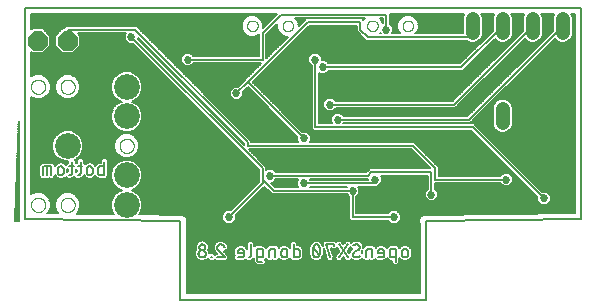
<source format=gbl>
G75*
%MOIN*%
%OFA0B0*%
%FSLAX25Y25*%
%IPPOS*%
%LPD*%
%AMOC8*
5,1,8,0,0,1.08239X$1,22.5*
%
%ADD10C,0.00004*%
%ADD11C,0.00600*%
%ADD12C,0.08600*%
%ADD13C,0.00000*%
%ADD14OC8,0.06600*%
%ADD15C,0.04800*%
%ADD16C,0.02700*%
%ADD17C,0.02778*%
D10*
X0145979Y0027600D02*
X0146391Y0027600D01*
D11*
X0010636Y0027600D02*
X0009491Y0027600D01*
X0010641Y0060950D01*
X0010641Y0028110D01*
X0010636Y0027600D01*
X0010641Y0028124D02*
X0009509Y0028124D01*
X0009529Y0028723D02*
X0010641Y0028723D01*
X0010641Y0029321D02*
X0009550Y0029321D01*
X0009571Y0029920D02*
X0010641Y0029920D01*
X0010641Y0030518D02*
X0009591Y0030518D01*
X0009612Y0031117D02*
X0010641Y0031117D01*
X0010641Y0031715D02*
X0009632Y0031715D01*
X0009653Y0032314D02*
X0010641Y0032314D01*
X0010641Y0032912D02*
X0009674Y0032912D01*
X0009694Y0033511D02*
X0010641Y0033511D01*
X0010641Y0034109D02*
X0009715Y0034109D01*
X0009736Y0034708D02*
X0010641Y0034708D01*
X0010641Y0035306D02*
X0009756Y0035306D01*
X0009777Y0035905D02*
X0010641Y0035905D01*
X0010641Y0036503D02*
X0009798Y0036503D01*
X0009818Y0037102D02*
X0010641Y0037102D01*
X0010641Y0037700D02*
X0009839Y0037700D01*
X0009859Y0038299D02*
X0010641Y0038299D01*
X0010641Y0038897D02*
X0009880Y0038897D01*
X0009901Y0039496D02*
X0010641Y0039496D01*
X0010641Y0040094D02*
X0009921Y0040094D01*
X0009942Y0040693D02*
X0010641Y0040693D01*
X0010641Y0041291D02*
X0009963Y0041291D01*
X0009983Y0041890D02*
X0010641Y0041890D01*
X0010641Y0042488D02*
X0010004Y0042488D01*
X0010025Y0043087D02*
X0010641Y0043087D01*
X0010641Y0043685D02*
X0010045Y0043685D01*
X0010066Y0044284D02*
X0010641Y0044284D01*
X0010641Y0044882D02*
X0010086Y0044882D01*
X0010107Y0045481D02*
X0010641Y0045481D01*
X0010641Y0046079D02*
X0010128Y0046079D01*
X0010148Y0046678D02*
X0010641Y0046678D01*
X0010641Y0047276D02*
X0010169Y0047276D01*
X0010190Y0047875D02*
X0010641Y0047875D01*
X0010641Y0048473D02*
X0010210Y0048473D01*
X0010231Y0049072D02*
X0010641Y0049072D01*
X0010641Y0049670D02*
X0010252Y0049670D01*
X0010272Y0050269D02*
X0010641Y0050269D01*
X0010641Y0050868D02*
X0010293Y0050868D01*
X0010313Y0051466D02*
X0010641Y0051466D01*
X0010641Y0052065D02*
X0010334Y0052065D01*
X0010355Y0052663D02*
X0010641Y0052663D01*
X0010641Y0053262D02*
X0010375Y0053262D01*
X0010396Y0053860D02*
X0010641Y0053860D01*
X0010641Y0054459D02*
X0010417Y0054459D01*
X0010437Y0055057D02*
X0010641Y0055057D01*
X0010641Y0055656D02*
X0010458Y0055656D01*
X0010479Y0056254D02*
X0010641Y0056254D01*
X0010641Y0056853D02*
X0010499Y0056853D01*
X0010520Y0057451D02*
X0010641Y0057451D01*
X0010641Y0058050D02*
X0010541Y0058050D01*
X0010561Y0058648D02*
X0010641Y0058648D01*
X0010641Y0059247D02*
X0010582Y0059247D01*
X0010602Y0059845D02*
X0010641Y0059845D01*
X0010623Y0060444D02*
X0010641Y0060444D01*
X0014841Y0060444D02*
X0041875Y0060444D01*
X0041627Y0061042D02*
X0014841Y0061042D01*
X0014841Y0061641D02*
X0041476Y0061641D01*
X0041476Y0061408D02*
X0042267Y0059497D01*
X0043730Y0058034D01*
X0045641Y0057243D01*
X0047710Y0057243D01*
X0049621Y0058034D01*
X0051084Y0059497D01*
X0051876Y0061408D01*
X0051876Y0063477D01*
X0051084Y0065388D01*
X0049621Y0066851D01*
X0048383Y0067364D01*
X0049621Y0067877D01*
X0051084Y0069339D01*
X0051876Y0071251D01*
X0051876Y0073319D01*
X0051084Y0075231D01*
X0049621Y0076693D01*
X0047710Y0077485D01*
X0045641Y0077485D01*
X0043730Y0076693D01*
X0042267Y0075231D01*
X0041476Y0073319D01*
X0041476Y0071251D01*
X0042267Y0069339D01*
X0043730Y0067877D01*
X0044968Y0067364D01*
X0043730Y0066851D01*
X0042267Y0065388D01*
X0041476Y0063477D01*
X0041476Y0061408D01*
X0041476Y0062239D02*
X0014841Y0062239D01*
X0014841Y0062838D02*
X0041476Y0062838D01*
X0041476Y0063436D02*
X0014841Y0063436D01*
X0014841Y0064035D02*
X0041707Y0064035D01*
X0041955Y0064633D02*
X0014841Y0064633D01*
X0014841Y0065232D02*
X0042202Y0065232D01*
X0042709Y0065830D02*
X0014841Y0065830D01*
X0014841Y0066429D02*
X0043308Y0066429D01*
X0044156Y0067027D02*
X0014841Y0067027D01*
X0014841Y0067626D02*
X0044336Y0067626D01*
X0043382Y0068224D02*
X0028063Y0068224D01*
X0027818Y0068123D02*
X0026163Y0068123D01*
X0024633Y0068756D01*
X0023462Y0069927D01*
X0022828Y0071457D01*
X0022828Y0073113D01*
X0023462Y0074643D01*
X0024633Y0075814D01*
X0026163Y0076447D01*
X0027818Y0076447D01*
X0029348Y0075814D01*
X0030519Y0074643D01*
X0031153Y0073113D01*
X0031153Y0071457D01*
X0030519Y0069927D01*
X0029348Y0068756D01*
X0027818Y0068123D01*
X0029415Y0068823D02*
X0042784Y0068823D01*
X0042233Y0069421D02*
X0030013Y0069421D01*
X0030557Y0070020D02*
X0041985Y0070020D01*
X0041737Y0070618D02*
X0030805Y0070618D01*
X0031053Y0071217D02*
X0041490Y0071217D01*
X0041476Y0071815D02*
X0031153Y0071815D01*
X0031153Y0072414D02*
X0041476Y0072414D01*
X0041476Y0073012D02*
X0031153Y0073012D01*
X0030946Y0073611D02*
X0041596Y0073611D01*
X0041844Y0074209D02*
X0030699Y0074209D01*
X0030354Y0074808D02*
X0042092Y0074808D01*
X0042443Y0075406D02*
X0029755Y0075406D01*
X0028886Y0076005D02*
X0043042Y0076005D01*
X0043640Y0076603D02*
X0014841Y0076603D01*
X0014841Y0076005D02*
X0015252Y0076005D01*
X0014841Y0075834D02*
X0014841Y0083810D01*
X0015251Y0083400D01*
X0018730Y0083400D01*
X0021191Y0085860D01*
X0021191Y0089340D01*
X0018730Y0091800D01*
X0015251Y0091800D01*
X0014841Y0091390D01*
X0014841Y0096500D01*
X0096694Y0096500D01*
X0092157Y0091963D01*
X0092157Y0093310D01*
X0091613Y0094623D01*
X0090608Y0095628D01*
X0089295Y0096172D01*
X0087875Y0096172D01*
X0086562Y0095628D01*
X0085557Y0094623D01*
X0085013Y0093310D01*
X0085013Y0091890D01*
X0085557Y0090577D01*
X0086562Y0089572D01*
X0087875Y0089028D01*
X0089295Y0089028D01*
X0090608Y0089572D01*
X0090791Y0089754D01*
X0090791Y0082550D01*
X0068973Y0082550D01*
X0067923Y0083600D01*
X0066059Y0083600D01*
X0064741Y0082282D01*
X0064741Y0080418D01*
X0066059Y0079100D01*
X0067923Y0079100D01*
X0068973Y0080150D01*
X0091594Y0080150D01*
X0086494Y0075050D01*
X0086493Y0075050D01*
X0085791Y0074347D01*
X0083794Y0072350D01*
X0082309Y0072350D01*
X0080991Y0071032D01*
X0080991Y0069168D01*
X0082309Y0067850D01*
X0084173Y0067850D01*
X0085491Y0069168D01*
X0085491Y0070653D01*
X0086991Y0072153D01*
X0103491Y0055653D01*
X0103491Y0054168D01*
X0103859Y0053800D01*
X0088191Y0053800D01*
X0088191Y0054347D01*
X0050691Y0091847D01*
X0049988Y0092550D01*
X0026493Y0092550D01*
X0025791Y0091847D01*
X0025791Y0091800D01*
X0025251Y0091800D01*
X0022791Y0089340D01*
X0022791Y0085860D01*
X0025251Y0083400D01*
X0028730Y0083400D01*
X0031191Y0085860D01*
X0031191Y0089340D01*
X0030380Y0090150D01*
X0046359Y0090150D01*
X0045991Y0089782D01*
X0045991Y0087918D01*
X0047309Y0086600D01*
X0048793Y0086600D01*
X0090791Y0044603D01*
X0090791Y0040597D01*
X0081293Y0031100D01*
X0079809Y0031100D01*
X0078491Y0029782D01*
X0078491Y0027918D01*
X0079809Y0026600D01*
X0081673Y0026600D01*
X0082991Y0027918D01*
X0082991Y0029403D01*
X0092488Y0038900D01*
X0092616Y0039028D01*
X0094541Y0037103D01*
X0095243Y0036400D01*
X0120009Y0036400D01*
X0120791Y0035618D01*
X0120791Y0028353D01*
X0121493Y0027650D01*
X0133759Y0027650D01*
X0134809Y0026600D01*
X0136673Y0026600D01*
X0137991Y0027918D01*
X0137991Y0029782D01*
X0136673Y0031100D01*
X0134809Y0031100D01*
X0133759Y0030050D01*
X0123191Y0030050D01*
X0123191Y0035618D01*
X0124241Y0036668D01*
X0124241Y0038532D01*
X0123873Y0038900D01*
X0129988Y0038900D01*
X0130188Y0039100D01*
X0130423Y0039100D01*
X0131741Y0040418D01*
X0131741Y0042282D01*
X0131373Y0042650D01*
X0147041Y0042650D01*
X0147041Y0038332D01*
X0145991Y0037282D01*
X0145991Y0035418D01*
X0147309Y0034100D01*
X0149173Y0034100D01*
X0150491Y0035418D01*
X0150491Y0037282D01*
X0149441Y0038332D01*
X0149441Y0040150D01*
X0171259Y0040150D01*
X0172309Y0039100D01*
X0174173Y0039100D01*
X0175491Y0040418D01*
X0175491Y0042282D01*
X0174173Y0043600D01*
X0172309Y0043600D01*
X0171259Y0042550D01*
X0150691Y0042550D01*
X0150691Y0045597D01*
X0143191Y0053097D01*
X0142488Y0053800D01*
X0107623Y0053800D01*
X0107991Y0054168D01*
X0107991Y0056032D01*
X0106673Y0057350D01*
X0105188Y0057350D01*
X0088688Y0073850D01*
X0107488Y0092650D01*
X0123291Y0092650D01*
X0123291Y0090853D01*
X0125791Y0088353D01*
X0126493Y0087650D01*
X0159874Y0087650D01*
X0160121Y0087402D01*
X0161334Y0086900D01*
X0162647Y0086900D01*
X0163860Y0087402D01*
X0164788Y0088331D01*
X0165291Y0089544D01*
X0165291Y0095656D01*
X0164941Y0096500D01*
X0169040Y0096500D01*
X0168691Y0095656D01*
X0168691Y0090997D01*
X0157743Y0080050D01*
X0113973Y0080050D01*
X0112923Y0081100D01*
X0111741Y0081100D01*
X0111741Y0082282D01*
X0110423Y0083600D01*
X0108559Y0083600D01*
X0107241Y0082282D01*
X0107241Y0080418D01*
X0108291Y0079368D01*
X0108291Y0058353D01*
X0108993Y0057650D01*
X0161493Y0057650D01*
X0183491Y0035653D01*
X0183491Y0034168D01*
X0184809Y0032850D01*
X0186673Y0032850D01*
X0187991Y0034168D01*
X0187991Y0036032D01*
X0186673Y0037350D01*
X0185188Y0037350D01*
X0163191Y0059347D01*
X0162488Y0060050D01*
X0118873Y0060050D01*
X0118973Y0060150D01*
X0161238Y0060150D01*
X0161941Y0060853D01*
X0189306Y0088218D01*
X0190121Y0087402D01*
X0191334Y0086900D01*
X0192647Y0086900D01*
X0193860Y0087402D01*
X0194788Y0088331D01*
X0195291Y0089544D01*
X0195291Y0095656D01*
X0194941Y0096500D01*
X0196141Y0096500D01*
X0196141Y0030180D01*
X0146381Y0029700D01*
X0145521Y0029700D01*
X0145512Y0029692D01*
X0145500Y0029691D01*
X0144899Y0029078D01*
X0144291Y0028470D01*
X0144291Y0028460D01*
X0144177Y0028346D01*
X0144177Y0026854D01*
X0144291Y0026740D01*
X0144291Y0003400D01*
X0066691Y0003400D01*
X0066691Y0027590D01*
X0066699Y0028450D01*
X0066691Y0028458D01*
X0066691Y0028470D01*
X0066082Y0029078D01*
X0065481Y0029691D01*
X0065469Y0029692D01*
X0065460Y0029700D01*
X0064600Y0029700D01*
X0050946Y0029832D01*
X0051084Y0029969D01*
X0051876Y0031881D01*
X0051876Y0033949D01*
X0051084Y0035861D01*
X0049621Y0037323D01*
X0048383Y0037836D01*
X0049621Y0038349D01*
X0051084Y0039812D01*
X0051876Y0041723D01*
X0051876Y0043792D01*
X0051084Y0045703D01*
X0049621Y0047166D01*
X0047710Y0047957D01*
X0045641Y0047957D01*
X0043730Y0047166D01*
X0042267Y0045703D01*
X0041476Y0043792D01*
X0041476Y0041723D01*
X0042267Y0039812D01*
X0043730Y0038349D01*
X0044968Y0037836D01*
X0043730Y0037323D01*
X0042267Y0035861D01*
X0041476Y0033949D01*
X0041476Y0031881D01*
X0042267Y0029969D01*
X0042322Y0029915D01*
X0029996Y0030034D01*
X0030519Y0030557D01*
X0031153Y0032087D01*
X0031153Y0033743D01*
X0030519Y0035273D01*
X0029348Y0036443D01*
X0027818Y0037077D01*
X0026163Y0037077D01*
X0024633Y0036443D01*
X0023462Y0035273D01*
X0022828Y0033743D01*
X0022828Y0032087D01*
X0023462Y0030557D01*
X0023927Y0030092D01*
X0020247Y0030128D01*
X0020677Y0030557D01*
X0021310Y0032087D01*
X0021310Y0033743D01*
X0020677Y0035273D01*
X0019506Y0036443D01*
X0017976Y0037077D01*
X0016320Y0037077D01*
X0014841Y0036464D01*
X0014841Y0068736D01*
X0016320Y0068123D01*
X0017976Y0068123D01*
X0019506Y0068756D01*
X0020677Y0069927D01*
X0021310Y0071457D01*
X0021310Y0073113D01*
X0020677Y0074643D01*
X0019506Y0075814D01*
X0017976Y0076447D01*
X0016320Y0076447D01*
X0014841Y0075834D01*
X0014841Y0077202D02*
X0044958Y0077202D01*
X0048393Y0077202D02*
X0058191Y0077202D01*
X0057593Y0077801D02*
X0014841Y0077801D01*
X0014841Y0078399D02*
X0056994Y0078399D01*
X0056396Y0078998D02*
X0014841Y0078998D01*
X0014841Y0079596D02*
X0055797Y0079596D01*
X0055199Y0080195D02*
X0014841Y0080195D01*
X0014841Y0080793D02*
X0054600Y0080793D01*
X0054002Y0081392D02*
X0014841Y0081392D01*
X0014841Y0081990D02*
X0053403Y0081990D01*
X0052805Y0082589D02*
X0014841Y0082589D01*
X0014841Y0083187D02*
X0052206Y0083187D01*
X0051608Y0083786D02*
X0029116Y0083786D01*
X0029714Y0084384D02*
X0051009Y0084384D01*
X0050411Y0084983D02*
X0030313Y0084983D01*
X0030911Y0085581D02*
X0049812Y0085581D01*
X0049214Y0086180D02*
X0031191Y0086180D01*
X0031191Y0086778D02*
X0047130Y0086778D01*
X0046532Y0087377D02*
X0031191Y0087377D01*
X0031191Y0087975D02*
X0045991Y0087975D01*
X0045991Y0088574D02*
X0031191Y0088574D01*
X0031191Y0089172D02*
X0045991Y0089172D01*
X0045991Y0089771D02*
X0030759Y0089771D01*
X0026991Y0091350D02*
X0026991Y0087600D01*
X0022791Y0087377D02*
X0021191Y0087377D01*
X0021191Y0087975D02*
X0022791Y0087975D01*
X0022791Y0088574D02*
X0021191Y0088574D01*
X0021191Y0089172D02*
X0022791Y0089172D01*
X0023222Y0089771D02*
X0020759Y0089771D01*
X0020161Y0090369D02*
X0023820Y0090369D01*
X0024419Y0090968D02*
X0019562Y0090968D01*
X0018964Y0091566D02*
X0025017Y0091566D01*
X0026108Y0092165D02*
X0014841Y0092165D01*
X0014841Y0092763D02*
X0085013Y0092763D01*
X0085013Y0092165D02*
X0050373Y0092165D01*
X0050971Y0091566D02*
X0085147Y0091566D01*
X0085395Y0090968D02*
X0051570Y0090968D01*
X0052168Y0090369D02*
X0085765Y0090369D01*
X0086363Y0089771D02*
X0052767Y0089771D01*
X0053365Y0089172D02*
X0087527Y0089172D01*
X0089643Y0089172D02*
X0090791Y0089172D01*
X0090791Y0088574D02*
X0053964Y0088574D01*
X0054562Y0087975D02*
X0090791Y0087975D01*
X0090791Y0087377D02*
X0055161Y0087377D01*
X0055759Y0086778D02*
X0090791Y0086778D01*
X0090791Y0086180D02*
X0056358Y0086180D01*
X0056956Y0085581D02*
X0090791Y0085581D01*
X0090791Y0084983D02*
X0057555Y0084983D01*
X0058153Y0084384D02*
X0090791Y0084384D01*
X0090791Y0083786D02*
X0058752Y0083786D01*
X0059350Y0083187D02*
X0065646Y0083187D01*
X0065047Y0082589D02*
X0059949Y0082589D01*
X0060547Y0081990D02*
X0064741Y0081990D01*
X0064741Y0081392D02*
X0061146Y0081392D01*
X0061745Y0080793D02*
X0064741Y0080793D01*
X0064964Y0080195D02*
X0062343Y0080195D01*
X0062942Y0079596D02*
X0065563Y0079596D01*
X0064139Y0078399D02*
X0089843Y0078399D01*
X0090441Y0078998D02*
X0063540Y0078998D01*
X0064737Y0077801D02*
X0089244Y0077801D01*
X0088646Y0077202D02*
X0065336Y0077202D01*
X0065934Y0076603D02*
X0088047Y0076603D01*
X0087448Y0076005D02*
X0066533Y0076005D01*
X0067131Y0075406D02*
X0086850Y0075406D01*
X0086251Y0074808D02*
X0067730Y0074808D01*
X0068328Y0074209D02*
X0085653Y0074209D01*
X0085791Y0074347D02*
X0085791Y0074347D01*
X0085054Y0073611D02*
X0068927Y0073611D01*
X0069525Y0073012D02*
X0084456Y0073012D01*
X0083857Y0072414D02*
X0070124Y0072414D01*
X0070722Y0071815D02*
X0081774Y0071815D01*
X0081175Y0071217D02*
X0071321Y0071217D01*
X0071919Y0070618D02*
X0080991Y0070618D01*
X0080991Y0070020D02*
X0072518Y0070020D01*
X0073116Y0069421D02*
X0080991Y0069421D01*
X0081336Y0068823D02*
X0073715Y0068823D01*
X0074313Y0068224D02*
X0081934Y0068224D01*
X0083241Y0070100D02*
X0086991Y0073850D01*
X0105741Y0055100D01*
X0107991Y0055057D02*
X0164086Y0055057D01*
X0163488Y0055656D02*
X0107991Y0055656D01*
X0107768Y0056254D02*
X0162889Y0056254D01*
X0162291Y0056853D02*
X0107170Y0056853D01*
X0108594Y0058050D02*
X0104488Y0058050D01*
X0103889Y0058648D02*
X0108291Y0058648D01*
X0108291Y0059247D02*
X0103291Y0059247D01*
X0102692Y0059845D02*
X0108291Y0059845D01*
X0108291Y0060444D02*
X0102094Y0060444D01*
X0101495Y0061042D02*
X0108291Y0061042D01*
X0108291Y0061641D02*
X0100897Y0061641D01*
X0100298Y0062239D02*
X0108291Y0062239D01*
X0108291Y0062838D02*
X0099700Y0062838D01*
X0099101Y0063436D02*
X0108291Y0063436D01*
X0108291Y0064035D02*
X0098503Y0064035D01*
X0097904Y0064633D02*
X0108291Y0064633D01*
X0108291Y0065232D02*
X0097306Y0065232D01*
X0096707Y0065830D02*
X0108291Y0065830D01*
X0108291Y0066429D02*
X0096109Y0066429D01*
X0095510Y0067027D02*
X0108291Y0067027D01*
X0108291Y0067626D02*
X0094912Y0067626D01*
X0094313Y0068224D02*
X0108291Y0068224D01*
X0108291Y0068823D02*
X0093715Y0068823D01*
X0093116Y0069421D02*
X0108291Y0069421D01*
X0108291Y0070020D02*
X0092518Y0070020D01*
X0091919Y0070618D02*
X0108291Y0070618D01*
X0108291Y0071217D02*
X0091321Y0071217D01*
X0090722Y0071815D02*
X0108291Y0071815D01*
X0108291Y0072414D02*
X0090124Y0072414D01*
X0089525Y0073012D02*
X0108291Y0073012D01*
X0108291Y0073611D02*
X0088927Y0073611D01*
X0089047Y0074209D02*
X0108291Y0074209D01*
X0108291Y0074808D02*
X0089646Y0074808D01*
X0090244Y0075406D02*
X0108291Y0075406D01*
X0108291Y0076005D02*
X0090843Y0076005D01*
X0091441Y0076603D02*
X0108291Y0076603D01*
X0108291Y0077202D02*
X0092040Y0077202D01*
X0092638Y0077801D02*
X0108291Y0077801D01*
X0108291Y0078399D02*
X0093237Y0078399D01*
X0093835Y0078998D02*
X0108291Y0078998D01*
X0108063Y0079596D02*
X0094434Y0079596D01*
X0095032Y0080195D02*
X0107464Y0080195D01*
X0107241Y0080793D02*
X0095631Y0080793D01*
X0096229Y0081392D02*
X0107241Y0081392D01*
X0107241Y0081990D02*
X0096828Y0081990D01*
X0097426Y0082589D02*
X0107547Y0082589D01*
X0108146Y0083187D02*
X0098025Y0083187D01*
X0098623Y0083786D02*
X0161479Y0083786D01*
X0162078Y0084384D02*
X0099222Y0084384D01*
X0099820Y0084983D02*
X0162676Y0084983D01*
X0163275Y0085581D02*
X0100419Y0085581D01*
X0101017Y0086180D02*
X0163873Y0086180D01*
X0164472Y0086778D02*
X0101616Y0086778D01*
X0102214Y0087377D02*
X0160183Y0087377D01*
X0161991Y0088850D02*
X0161991Y0092600D01*
X0165291Y0092763D02*
X0168691Y0092763D01*
X0168691Y0092165D02*
X0165291Y0092165D01*
X0165291Y0091566D02*
X0168691Y0091566D01*
X0168661Y0090968D02*
X0165291Y0090968D01*
X0165291Y0090369D02*
X0168063Y0090369D01*
X0167464Y0089771D02*
X0165291Y0089771D01*
X0165137Y0089172D02*
X0166866Y0089172D01*
X0166267Y0088574D02*
X0164889Y0088574D01*
X0164433Y0087975D02*
X0165669Y0087975D01*
X0165070Y0087377D02*
X0163798Y0087377D01*
X0161991Y0088850D02*
X0126991Y0088850D01*
X0124491Y0091350D01*
X0124491Y0093850D01*
X0106991Y0093850D01*
X0086991Y0073850D01*
X0086653Y0071815D02*
X0087328Y0071815D01*
X0087927Y0071217D02*
X0086054Y0071217D01*
X0085491Y0070618D02*
X0088525Y0070618D01*
X0089124Y0070020D02*
X0085491Y0070020D01*
X0085491Y0069421D02*
X0089722Y0069421D01*
X0090321Y0068823D02*
X0085145Y0068823D01*
X0084547Y0068224D02*
X0090919Y0068224D01*
X0091518Y0067626D02*
X0074912Y0067626D01*
X0075510Y0067027D02*
X0092116Y0067027D01*
X0092715Y0066429D02*
X0076109Y0066429D01*
X0076707Y0065830D02*
X0093313Y0065830D01*
X0093912Y0065232D02*
X0077306Y0065232D01*
X0077904Y0064633D02*
X0094510Y0064633D01*
X0095109Y0064035D02*
X0078503Y0064035D01*
X0079101Y0063436D02*
X0095707Y0063436D01*
X0096306Y0062838D02*
X0079700Y0062838D01*
X0080298Y0062239D02*
X0096904Y0062239D01*
X0097503Y0061641D02*
X0080897Y0061641D01*
X0081495Y0061042D02*
X0098101Y0061042D01*
X0098700Y0060444D02*
X0082094Y0060444D01*
X0082692Y0059845D02*
X0099298Y0059845D01*
X0099897Y0059247D02*
X0083291Y0059247D01*
X0083889Y0058648D02*
X0100495Y0058648D01*
X0101094Y0058050D02*
X0084488Y0058050D01*
X0085086Y0057451D02*
X0101692Y0057451D01*
X0102291Y0056853D02*
X0085685Y0056853D01*
X0086283Y0056254D02*
X0102889Y0056254D01*
X0103488Y0055656D02*
X0086882Y0055656D01*
X0087480Y0055057D02*
X0103491Y0055057D01*
X0103491Y0054459D02*
X0088079Y0054459D01*
X0088191Y0053860D02*
X0103798Y0053860D01*
X0107683Y0053860D02*
X0165283Y0053860D01*
X0164685Y0054459D02*
X0107991Y0054459D01*
X0105086Y0057451D02*
X0161692Y0057451D01*
X0163889Y0058648D02*
X0169061Y0058648D01*
X0169193Y0058331D02*
X0170121Y0057402D01*
X0171334Y0056900D01*
X0172647Y0056900D01*
X0173860Y0057402D01*
X0174788Y0058331D01*
X0175291Y0059544D01*
X0175291Y0065656D01*
X0174788Y0066869D01*
X0173860Y0067798D01*
X0172647Y0068300D01*
X0171334Y0068300D01*
X0170121Y0067798D01*
X0169193Y0066869D01*
X0168691Y0065656D01*
X0168691Y0059544D01*
X0169193Y0058331D01*
X0169474Y0058050D02*
X0164488Y0058050D01*
X0165086Y0057451D02*
X0170073Y0057451D01*
X0166882Y0055656D02*
X0196141Y0055656D01*
X0196141Y0056254D02*
X0166283Y0056254D01*
X0165685Y0056853D02*
X0196141Y0056853D01*
X0196141Y0057451D02*
X0173909Y0057451D01*
X0174507Y0058050D02*
X0196141Y0058050D01*
X0196141Y0058648D02*
X0174920Y0058648D01*
X0175168Y0059247D02*
X0196141Y0059247D01*
X0196141Y0059845D02*
X0175291Y0059845D01*
X0175291Y0060444D02*
X0196141Y0060444D01*
X0196141Y0061042D02*
X0175291Y0061042D01*
X0175291Y0061641D02*
X0196141Y0061641D01*
X0196141Y0062239D02*
X0175291Y0062239D01*
X0175291Y0062838D02*
X0196141Y0062838D01*
X0196141Y0063436D02*
X0175291Y0063436D01*
X0175291Y0064035D02*
X0196141Y0064035D01*
X0196141Y0064633D02*
X0175291Y0064633D01*
X0175291Y0065232D02*
X0196141Y0065232D01*
X0196141Y0065830D02*
X0175219Y0065830D01*
X0174971Y0066429D02*
X0196141Y0066429D01*
X0196141Y0067027D02*
X0174630Y0067027D01*
X0174032Y0067626D02*
X0196141Y0067626D01*
X0196141Y0068224D02*
X0172830Y0068224D01*
X0171152Y0068224D02*
X0169312Y0068224D01*
X0168713Y0067626D02*
X0169949Y0067626D01*
X0169351Y0067027D02*
X0168115Y0067027D01*
X0167516Y0066429D02*
X0169010Y0066429D01*
X0168763Y0065830D02*
X0166918Y0065830D01*
X0166319Y0065232D02*
X0168691Y0065232D01*
X0168691Y0064633D02*
X0165721Y0064633D01*
X0165122Y0064035D02*
X0168691Y0064035D01*
X0168691Y0063436D02*
X0164524Y0063436D01*
X0163925Y0062838D02*
X0168691Y0062838D01*
X0168691Y0062239D02*
X0163327Y0062239D01*
X0162728Y0061641D02*
X0168691Y0061641D01*
X0168691Y0061042D02*
X0162130Y0061042D01*
X0161531Y0060444D02*
X0168691Y0060444D01*
X0168691Y0059845D02*
X0162692Y0059845D01*
X0163291Y0059247D02*
X0168814Y0059247D01*
X0161991Y0058850D02*
X0109491Y0058850D01*
X0109491Y0081350D01*
X0111741Y0081392D02*
X0159085Y0081392D01*
X0159684Y0081990D02*
X0111741Y0081990D01*
X0111434Y0082589D02*
X0160282Y0082589D01*
X0160881Y0083187D02*
X0110835Y0083187D01*
X0113229Y0080793D02*
X0158487Y0080793D01*
X0157888Y0080195D02*
X0113828Y0080195D01*
X0111991Y0078850D02*
X0158241Y0078850D01*
X0171991Y0092600D01*
X0168691Y0093362D02*
X0165291Y0093362D01*
X0165291Y0093960D02*
X0168691Y0093960D01*
X0168691Y0094559D02*
X0165291Y0094559D01*
X0165291Y0095157D02*
X0168691Y0095157D01*
X0168732Y0095756D02*
X0165249Y0095756D01*
X0165001Y0096354D02*
X0168980Y0096354D01*
X0174941Y0096500D02*
X0175291Y0095656D01*
X0175291Y0089544D01*
X0174788Y0088331D01*
X0173860Y0087402D01*
X0172647Y0086900D01*
X0171334Y0086900D01*
X0170121Y0087402D01*
X0169306Y0088218D01*
X0159441Y0078353D01*
X0158738Y0077650D01*
X0113973Y0077650D01*
X0112923Y0076600D01*
X0111059Y0076600D01*
X0110691Y0076968D01*
X0110691Y0060050D01*
X0115109Y0060050D01*
X0114741Y0060418D01*
X0114741Y0062282D01*
X0116059Y0063600D01*
X0117923Y0063600D01*
X0118973Y0062550D01*
X0160243Y0062550D01*
X0188691Y0090997D01*
X0188691Y0095656D01*
X0189040Y0096500D01*
X0184941Y0096500D01*
X0185291Y0095656D01*
X0185291Y0089544D01*
X0184788Y0088331D01*
X0183860Y0087402D01*
X0182647Y0086900D01*
X0181334Y0086900D01*
X0180121Y0087402D01*
X0179306Y0088218D01*
X0156941Y0065853D01*
X0156238Y0065150D01*
X0116473Y0065150D01*
X0115423Y0064100D01*
X0113559Y0064100D01*
X0112241Y0065418D01*
X0112241Y0067282D01*
X0113559Y0068600D01*
X0115423Y0068600D01*
X0116473Y0067550D01*
X0155243Y0067550D01*
X0178691Y0090997D01*
X0178691Y0095656D01*
X0179040Y0096500D01*
X0174941Y0096500D01*
X0175001Y0096354D02*
X0178980Y0096354D01*
X0178732Y0095756D02*
X0175249Y0095756D01*
X0175291Y0095157D02*
X0178691Y0095157D01*
X0178691Y0094559D02*
X0175291Y0094559D01*
X0175291Y0093960D02*
X0178691Y0093960D01*
X0178691Y0093362D02*
X0175291Y0093362D01*
X0175291Y0092763D02*
X0178691Y0092763D01*
X0178691Y0092165D02*
X0175291Y0092165D01*
X0175291Y0091566D02*
X0178691Y0091566D01*
X0178661Y0090968D02*
X0175291Y0090968D01*
X0175291Y0090369D02*
X0178063Y0090369D01*
X0177464Y0089771D02*
X0175291Y0089771D01*
X0175137Y0089172D02*
X0176866Y0089172D01*
X0176267Y0088574D02*
X0174889Y0088574D01*
X0174433Y0087975D02*
X0175669Y0087975D01*
X0175070Y0087377D02*
X0173798Y0087377D01*
X0174472Y0086778D02*
X0167866Y0086778D01*
X0168464Y0087377D02*
X0170183Y0087377D01*
X0169548Y0087975D02*
X0169063Y0087975D01*
X0167267Y0086180D02*
X0173873Y0086180D01*
X0173275Y0085581D02*
X0166669Y0085581D01*
X0166070Y0084983D02*
X0172676Y0084983D01*
X0172078Y0084384D02*
X0165472Y0084384D01*
X0164873Y0083786D02*
X0171479Y0083786D01*
X0170881Y0083187D02*
X0164275Y0083187D01*
X0163676Y0082589D02*
X0170282Y0082589D01*
X0169684Y0081990D02*
X0163078Y0081990D01*
X0162479Y0081392D02*
X0169085Y0081392D01*
X0168487Y0080793D02*
X0161881Y0080793D01*
X0161282Y0080195D02*
X0167888Y0080195D01*
X0167290Y0079596D02*
X0160684Y0079596D01*
X0160085Y0078998D02*
X0166691Y0078998D01*
X0166093Y0078399D02*
X0159487Y0078399D01*
X0158888Y0077801D02*
X0165494Y0077801D01*
X0164896Y0077202D02*
X0113525Y0077202D01*
X0112926Y0076603D02*
X0164297Y0076603D01*
X0163698Y0076005D02*
X0110691Y0076005D01*
X0110691Y0076603D02*
X0111055Y0076603D01*
X0110691Y0075406D02*
X0163100Y0075406D01*
X0162501Y0074808D02*
X0110691Y0074808D01*
X0110691Y0074209D02*
X0161903Y0074209D01*
X0161304Y0073611D02*
X0110691Y0073611D01*
X0110691Y0073012D02*
X0160706Y0073012D01*
X0160107Y0072414D02*
X0110691Y0072414D01*
X0110691Y0071815D02*
X0159509Y0071815D01*
X0158910Y0071217D02*
X0110691Y0071217D01*
X0110691Y0070618D02*
X0158312Y0070618D01*
X0157713Y0070020D02*
X0110691Y0070020D01*
X0110691Y0069421D02*
X0157115Y0069421D01*
X0156516Y0068823D02*
X0110691Y0068823D01*
X0110691Y0068224D02*
X0113183Y0068224D01*
X0112584Y0067626D02*
X0110691Y0067626D01*
X0110691Y0067027D02*
X0112241Y0067027D01*
X0112241Y0066429D02*
X0110691Y0066429D01*
X0110691Y0065830D02*
X0112241Y0065830D01*
X0112427Y0065232D02*
X0110691Y0065232D01*
X0110691Y0064633D02*
X0113025Y0064633D01*
X0110691Y0063436D02*
X0115895Y0063436D01*
X0115296Y0062838D02*
X0110691Y0062838D01*
X0110691Y0062239D02*
X0114741Y0062239D01*
X0114741Y0061641D02*
X0110691Y0061641D01*
X0110691Y0061042D02*
X0114741Y0061042D01*
X0114741Y0060444D02*
X0110691Y0060444D01*
X0110691Y0064035D02*
X0161728Y0064035D01*
X0161130Y0063436D02*
X0118086Y0063436D01*
X0118685Y0062838D02*
X0160531Y0062838D01*
X0160741Y0061350D02*
X0116991Y0061350D01*
X0115956Y0064633D02*
X0162327Y0064633D01*
X0162925Y0065232D02*
X0156319Y0065232D01*
X0156918Y0065830D02*
X0163524Y0065830D01*
X0164122Y0066429D02*
X0157516Y0066429D01*
X0158115Y0067027D02*
X0164721Y0067027D01*
X0165319Y0067626D02*
X0158713Y0067626D01*
X0159312Y0068224D02*
X0165918Y0068224D01*
X0166516Y0068823D02*
X0159910Y0068823D01*
X0160509Y0069421D02*
X0167115Y0069421D01*
X0167713Y0070020D02*
X0161107Y0070020D01*
X0161706Y0070618D02*
X0168312Y0070618D01*
X0168910Y0071217D02*
X0162304Y0071217D01*
X0162903Y0071815D02*
X0169509Y0071815D01*
X0170107Y0072414D02*
X0163502Y0072414D01*
X0164100Y0073012D02*
X0170706Y0073012D01*
X0171304Y0073611D02*
X0164699Y0073611D01*
X0165297Y0074209D02*
X0171903Y0074209D01*
X0172501Y0074808D02*
X0165896Y0074808D01*
X0166494Y0075406D02*
X0173100Y0075406D01*
X0173698Y0076005D02*
X0167093Y0076005D01*
X0167691Y0076603D02*
X0174297Y0076603D01*
X0174896Y0077202D02*
X0168290Y0077202D01*
X0168888Y0077801D02*
X0175494Y0077801D01*
X0176093Y0078399D02*
X0169487Y0078399D01*
X0170085Y0078998D02*
X0176691Y0078998D01*
X0177290Y0079596D02*
X0170684Y0079596D01*
X0171282Y0080195D02*
X0177888Y0080195D01*
X0178487Y0080793D02*
X0171881Y0080793D01*
X0172479Y0081392D02*
X0179085Y0081392D01*
X0179684Y0081990D02*
X0173078Y0081990D01*
X0173676Y0082589D02*
X0180282Y0082589D01*
X0180881Y0083187D02*
X0174275Y0083187D01*
X0174873Y0083786D02*
X0181479Y0083786D01*
X0182078Y0084384D02*
X0175472Y0084384D01*
X0176070Y0084983D02*
X0182676Y0084983D01*
X0183275Y0085581D02*
X0176669Y0085581D01*
X0177267Y0086180D02*
X0183873Y0086180D01*
X0184472Y0086778D02*
X0177866Y0086778D01*
X0178464Y0087377D02*
X0180183Y0087377D01*
X0179548Y0087975D02*
X0179063Y0087975D01*
X0183798Y0087377D02*
X0185070Y0087377D01*
X0185669Y0087975D02*
X0184433Y0087975D01*
X0184889Y0088574D02*
X0186267Y0088574D01*
X0186866Y0089172D02*
X0185137Y0089172D01*
X0185291Y0089771D02*
X0187464Y0089771D01*
X0188063Y0090369D02*
X0185291Y0090369D01*
X0185291Y0090968D02*
X0188661Y0090968D01*
X0188691Y0091566D02*
X0185291Y0091566D01*
X0185291Y0092165D02*
X0188691Y0092165D01*
X0188691Y0092763D02*
X0185291Y0092763D01*
X0185291Y0093362D02*
X0188691Y0093362D01*
X0188691Y0093960D02*
X0185291Y0093960D01*
X0185291Y0094559D02*
X0188691Y0094559D01*
X0188691Y0095157D02*
X0185291Y0095157D01*
X0185249Y0095756D02*
X0188732Y0095756D01*
X0188980Y0096354D02*
X0185001Y0096354D01*
X0181991Y0092600D02*
X0155741Y0066350D01*
X0114491Y0066350D01*
X0116397Y0067626D02*
X0155319Y0067626D01*
X0155918Y0068224D02*
X0115798Y0068224D01*
X0100472Y0089028D02*
X0093191Y0081747D01*
X0093191Y0089603D01*
X0096824Y0093237D01*
X0096824Y0091890D01*
X0097368Y0090577D01*
X0098373Y0089572D01*
X0099686Y0089028D01*
X0100472Y0089028D01*
X0100017Y0088574D02*
X0093191Y0088574D01*
X0093191Y0089172D02*
X0099338Y0089172D01*
X0098174Y0089771D02*
X0093358Y0089771D01*
X0093957Y0090369D02*
X0097576Y0090369D01*
X0097206Y0090968D02*
X0094555Y0090968D01*
X0095154Y0091566D02*
X0096958Y0091566D01*
X0096824Y0092165D02*
X0095752Y0092165D01*
X0096351Y0092763D02*
X0096824Y0092763D01*
X0094752Y0094559D02*
X0091640Y0094559D01*
X0091887Y0093960D02*
X0094154Y0093960D01*
X0093555Y0093362D02*
X0092135Y0093362D01*
X0092157Y0092763D02*
X0092957Y0092763D01*
X0092358Y0092165D02*
X0092157Y0092165D01*
X0091991Y0090100D02*
X0098241Y0096350D01*
X0133241Y0096350D01*
X0133241Y0091350D01*
X0135009Y0092763D02*
X0136824Y0092763D01*
X0136824Y0093310D02*
X0136824Y0091890D01*
X0137368Y0090577D01*
X0137895Y0090050D01*
X0135123Y0090050D01*
X0135491Y0090418D01*
X0135491Y0092282D01*
X0134441Y0093332D01*
X0134441Y0096500D01*
X0159040Y0096500D01*
X0158691Y0095656D01*
X0158691Y0090050D01*
X0142897Y0090050D01*
X0143424Y0090577D01*
X0143968Y0091890D01*
X0143968Y0093310D01*
X0143424Y0094623D01*
X0142419Y0095628D01*
X0141107Y0096172D01*
X0139686Y0096172D01*
X0138373Y0095628D01*
X0137368Y0094623D01*
X0136824Y0093310D01*
X0136846Y0093362D02*
X0134441Y0093362D01*
X0134441Y0093960D02*
X0137094Y0093960D01*
X0137342Y0094559D02*
X0134441Y0094559D01*
X0134441Y0095157D02*
X0137902Y0095157D01*
X0138682Y0095756D02*
X0134441Y0095756D01*
X0134441Y0096354D02*
X0158980Y0096354D01*
X0158732Y0095756D02*
X0142110Y0095756D01*
X0142890Y0095157D02*
X0158691Y0095157D01*
X0158691Y0094559D02*
X0143451Y0094559D01*
X0143699Y0093960D02*
X0158691Y0093960D01*
X0158691Y0093362D02*
X0143946Y0093362D01*
X0143968Y0092763D02*
X0158691Y0092763D01*
X0158691Y0092165D02*
X0143968Y0092165D01*
X0143834Y0091566D02*
X0158691Y0091566D01*
X0158691Y0090968D02*
X0143586Y0090968D01*
X0143216Y0090369D02*
X0158691Y0090369D01*
X0137576Y0090369D02*
X0135442Y0090369D01*
X0135491Y0090968D02*
X0137206Y0090968D01*
X0136958Y0091566D02*
X0135491Y0091566D01*
X0135491Y0092165D02*
X0136824Y0092165D01*
X0132041Y0093591D02*
X0131613Y0094623D01*
X0131086Y0095150D01*
X0132041Y0095150D01*
X0132041Y0093591D01*
X0132041Y0093960D02*
X0131887Y0093960D01*
X0132041Y0094559D02*
X0131640Y0094559D01*
X0126084Y0095150D02*
X0125557Y0094623D01*
X0125515Y0094522D01*
X0124988Y0095050D01*
X0106493Y0095050D01*
X0105791Y0094347D01*
X0103968Y0092524D01*
X0103968Y0093310D01*
X0103424Y0094623D01*
X0102897Y0095150D01*
X0126084Y0095150D01*
X0125530Y0094559D02*
X0125479Y0094559D01*
X0123291Y0092165D02*
X0107002Y0092165D01*
X0106404Y0091566D02*
X0123291Y0091566D01*
X0123291Y0090968D02*
X0105805Y0090968D01*
X0105207Y0090369D02*
X0123774Y0090369D01*
X0124373Y0089771D02*
X0104608Y0089771D01*
X0104010Y0089172D02*
X0124971Y0089172D01*
X0125570Y0088574D02*
X0103411Y0088574D01*
X0102813Y0087975D02*
X0126168Y0087975D01*
X0131086Y0090050D02*
X0131359Y0090050D01*
X0131222Y0090186D01*
X0131086Y0090050D01*
X0106002Y0094559D02*
X0103451Y0094559D01*
X0103699Y0093960D02*
X0105404Y0093960D01*
X0105791Y0094347D02*
X0105791Y0094347D01*
X0104805Y0093362D02*
X0103946Y0093362D01*
X0103968Y0092763D02*
X0104207Y0092763D01*
X0096548Y0096354D02*
X0014841Y0096354D01*
X0014841Y0095756D02*
X0086871Y0095756D01*
X0086091Y0095157D02*
X0014841Y0095157D01*
X0014841Y0094559D02*
X0085530Y0094559D01*
X0085283Y0093960D02*
X0014841Y0093960D01*
X0014841Y0093362D02*
X0085035Y0093362D01*
X0090299Y0095756D02*
X0095949Y0095756D01*
X0095351Y0095157D02*
X0091079Y0095157D01*
X0091991Y0090100D02*
X0091991Y0081350D01*
X0066991Y0081350D01*
X0068934Y0082589D02*
X0090791Y0082589D01*
X0090791Y0083187D02*
X0068335Y0083187D01*
X0068419Y0079596D02*
X0091040Y0079596D01*
X0093191Y0081990D02*
X0093434Y0081990D01*
X0093191Y0082589D02*
X0094032Y0082589D01*
X0094631Y0083187D02*
X0093191Y0083187D01*
X0093191Y0083786D02*
X0095229Y0083786D01*
X0095828Y0084384D02*
X0093191Y0084384D01*
X0093191Y0084983D02*
X0096426Y0084983D01*
X0097025Y0085581D02*
X0093191Y0085581D01*
X0093191Y0086180D02*
X0097623Y0086180D01*
X0098222Y0086778D02*
X0093191Y0086778D01*
X0093191Y0087377D02*
X0098820Y0087377D01*
X0099419Y0087975D02*
X0093191Y0087975D01*
X0066730Y0072414D02*
X0066374Y0072414D01*
X0066131Y0073012D02*
X0065775Y0073012D01*
X0065533Y0073611D02*
X0065177Y0073611D01*
X0064934Y0074209D02*
X0064578Y0074209D01*
X0064336Y0074808D02*
X0063980Y0074808D01*
X0063737Y0075406D02*
X0063381Y0075406D01*
X0063139Y0076005D02*
X0062783Y0076005D01*
X0062540Y0076603D02*
X0062184Y0076603D01*
X0061941Y0077202D02*
X0061586Y0077202D01*
X0061343Y0077801D02*
X0060987Y0077801D01*
X0060744Y0078399D02*
X0060389Y0078399D01*
X0060146Y0078998D02*
X0059790Y0078998D01*
X0059547Y0079596D02*
X0059192Y0079596D01*
X0058949Y0080195D02*
X0058593Y0080195D01*
X0058350Y0080793D02*
X0057995Y0080793D01*
X0057752Y0081392D02*
X0057396Y0081392D01*
X0057153Y0081990D02*
X0056797Y0081990D01*
X0056555Y0082589D02*
X0056199Y0082589D01*
X0055956Y0083187D02*
X0055600Y0083187D01*
X0055358Y0083786D02*
X0055002Y0083786D01*
X0054759Y0084384D02*
X0054403Y0084384D01*
X0054161Y0084983D02*
X0053805Y0084983D01*
X0053562Y0085581D02*
X0053206Y0085581D01*
X0052964Y0086180D02*
X0052608Y0086180D01*
X0052365Y0086778D02*
X0052009Y0086778D01*
X0051767Y0087377D02*
X0051411Y0087377D01*
X0051168Y0087975D02*
X0050812Y0087975D01*
X0050491Y0088297D02*
X0050491Y0088653D01*
X0085791Y0053353D01*
X0085791Y0052997D01*
X0050491Y0088297D01*
X0050491Y0088574D02*
X0050570Y0088574D01*
X0048241Y0088850D02*
X0091991Y0045100D01*
X0091991Y0041350D01*
X0091991Y0040100D01*
X0080741Y0028850D01*
X0082991Y0028723D02*
X0120791Y0028723D01*
X0120791Y0029321D02*
X0082991Y0029321D01*
X0083507Y0029920D02*
X0120791Y0029920D01*
X0120791Y0030518D02*
X0084106Y0030518D01*
X0084704Y0031117D02*
X0120791Y0031117D01*
X0120791Y0031715D02*
X0085303Y0031715D01*
X0085901Y0032314D02*
X0120791Y0032314D01*
X0120791Y0032912D02*
X0086500Y0032912D01*
X0087098Y0033511D02*
X0120791Y0033511D01*
X0120791Y0034109D02*
X0087697Y0034109D01*
X0088295Y0034708D02*
X0120791Y0034708D01*
X0120791Y0035306D02*
X0088894Y0035306D01*
X0089492Y0035905D02*
X0120504Y0035905D01*
X0121991Y0037600D02*
X0095741Y0037600D01*
X0091991Y0041350D01*
X0090791Y0041291D02*
X0051697Y0041291D01*
X0051876Y0041890D02*
X0090791Y0041890D01*
X0090791Y0042488D02*
X0051876Y0042488D01*
X0051876Y0043087D02*
X0090791Y0043087D01*
X0090791Y0043685D02*
X0051876Y0043685D01*
X0051672Y0044284D02*
X0090791Y0044284D01*
X0090511Y0044882D02*
X0051424Y0044882D01*
X0051176Y0045481D02*
X0089913Y0045481D01*
X0089314Y0046079D02*
X0050708Y0046079D01*
X0050109Y0046678D02*
X0088716Y0046678D01*
X0088117Y0047276D02*
X0049354Y0047276D01*
X0047909Y0047875D02*
X0087519Y0047875D01*
X0086920Y0048473D02*
X0047590Y0048473D01*
X0047504Y0048438D02*
X0049033Y0049071D01*
X0050204Y0050242D01*
X0050838Y0051772D01*
X0050838Y0053428D01*
X0050204Y0054958D01*
X0049033Y0056129D01*
X0047504Y0056762D01*
X0045848Y0056762D01*
X0044318Y0056129D01*
X0043147Y0054958D01*
X0042513Y0053428D01*
X0042513Y0051772D01*
X0043147Y0050242D01*
X0044318Y0049071D01*
X0045848Y0048438D01*
X0047504Y0048438D01*
X0049034Y0049072D02*
X0086322Y0049072D01*
X0085723Y0049670D02*
X0049632Y0049670D01*
X0050215Y0050269D02*
X0085124Y0050269D01*
X0084526Y0050868D02*
X0050463Y0050868D01*
X0050711Y0051466D02*
X0083927Y0051466D01*
X0083329Y0052065D02*
X0050838Y0052065D01*
X0050838Y0052663D02*
X0082730Y0052663D01*
X0082132Y0053262D02*
X0050838Y0053262D01*
X0050659Y0053860D02*
X0081533Y0053860D01*
X0080935Y0054459D02*
X0050411Y0054459D01*
X0050105Y0055057D02*
X0080336Y0055057D01*
X0079738Y0055656D02*
X0049506Y0055656D01*
X0048730Y0056254D02*
X0079139Y0056254D01*
X0078541Y0056853D02*
X0030092Y0056853D01*
X0029936Y0057008D02*
X0028025Y0057800D01*
X0025956Y0057800D01*
X0024045Y0057008D01*
X0022582Y0055546D01*
X0021791Y0053634D01*
X0021791Y0051566D01*
X0022582Y0049654D01*
X0024045Y0048192D01*
X0025956Y0047400D01*
X0027282Y0047400D01*
X0027282Y0047033D01*
X0027007Y0047033D01*
X0026338Y0046364D01*
X0026088Y0046708D01*
X0026088Y0046708D01*
X0026088Y0046708D01*
X0024742Y0047145D01*
X0024742Y0047145D01*
X0023396Y0046708D01*
X0023396Y0046708D01*
X0022758Y0045831D01*
X0022758Y0046330D01*
X0022056Y0047033D01*
X0018558Y0047033D01*
X0017425Y0045901D01*
X0017425Y0045100D01*
X0017425Y0044603D01*
X0017425Y0044603D01*
X0017425Y0042403D01*
X0018128Y0041700D01*
X0019122Y0041700D01*
X0019358Y0041936D01*
X0019595Y0041700D01*
X0020589Y0041700D01*
X0020825Y0041936D01*
X0021061Y0041700D01*
X0022056Y0041700D01*
X0022758Y0042403D01*
X0022758Y0042903D01*
X0023396Y0042025D01*
X0024742Y0041588D01*
X0026088Y0042025D01*
X0026338Y0042369D01*
X0027007Y0041700D01*
X0027789Y0041700D01*
X0028266Y0041700D01*
X0028266Y0041700D01*
X0029164Y0042218D01*
X0029228Y0042329D01*
X0029857Y0041700D01*
X0030627Y0041700D01*
X0031116Y0041700D01*
X0031116Y0041700D01*
X0032014Y0042218D01*
X0032387Y0042864D01*
X0032996Y0042025D01*
X0034342Y0041588D01*
X0035688Y0042025D01*
X0036232Y0042774D01*
X0036553Y0042218D01*
X0036553Y0042218D01*
X0036553Y0042218D01*
X0037450Y0041700D01*
X0039688Y0041700D01*
X0040391Y0042403D01*
X0040391Y0046330D01*
X0040391Y0047797D01*
X0039688Y0048500D01*
X0038693Y0048500D01*
X0037991Y0047797D01*
X0037991Y0047033D01*
X0037450Y0047033D01*
X0036553Y0046515D01*
X0036232Y0045959D01*
X0035688Y0046708D01*
X0035688Y0046708D01*
X0035688Y0046708D01*
X0034342Y0047145D01*
X0032996Y0046708D01*
X0032996Y0046708D01*
X0032847Y0046504D01*
X0032532Y0046819D01*
X0032532Y0047797D01*
X0031829Y0048500D01*
X0030835Y0048500D01*
X0030132Y0047797D01*
X0030132Y0047033D01*
X0029857Y0047033D01*
X0029682Y0046858D01*
X0029682Y0047797D01*
X0029477Y0048002D01*
X0029936Y0048192D01*
X0031399Y0049654D01*
X0032191Y0051566D01*
X0032191Y0053634D01*
X0031399Y0055546D01*
X0029936Y0057008D01*
X0030690Y0056254D02*
X0044621Y0056254D01*
X0043845Y0055656D02*
X0031289Y0055656D01*
X0031601Y0055057D02*
X0043246Y0055057D01*
X0042940Y0054459D02*
X0031849Y0054459D01*
X0032097Y0053860D02*
X0042692Y0053860D01*
X0042513Y0053262D02*
X0032191Y0053262D01*
X0032191Y0052663D02*
X0042513Y0052663D01*
X0042513Y0052065D02*
X0032191Y0052065D01*
X0032149Y0051466D02*
X0042640Y0051466D01*
X0042888Y0050868D02*
X0031901Y0050868D01*
X0031653Y0050269D02*
X0043136Y0050269D01*
X0043719Y0049670D02*
X0031406Y0049670D01*
X0030816Y0049072D02*
X0044317Y0049072D01*
X0045762Y0048473D02*
X0039714Y0048473D01*
X0040313Y0047875D02*
X0045442Y0047875D01*
X0043997Y0047276D02*
X0040391Y0047276D01*
X0040391Y0046678D02*
X0043242Y0046678D01*
X0042644Y0046079D02*
X0040391Y0046079D01*
X0040391Y0045481D02*
X0042175Y0045481D01*
X0041927Y0044882D02*
X0040391Y0044882D01*
X0040391Y0044284D02*
X0041679Y0044284D01*
X0041476Y0043685D02*
X0040391Y0043685D01*
X0040391Y0043087D02*
X0041476Y0043087D01*
X0041476Y0042488D02*
X0040391Y0042488D01*
X0039877Y0041890D02*
X0041476Y0041890D01*
X0041654Y0041291D02*
X0014841Y0041291D01*
X0014841Y0040693D02*
X0041902Y0040693D01*
X0042150Y0040094D02*
X0014841Y0040094D01*
X0014841Y0039496D02*
X0042583Y0039496D01*
X0043182Y0038897D02*
X0014841Y0038897D01*
X0014841Y0038299D02*
X0043852Y0038299D01*
X0044640Y0037700D02*
X0014841Y0037700D01*
X0014841Y0037102D02*
X0043508Y0037102D01*
X0042910Y0036503D02*
X0029204Y0036503D01*
X0029887Y0035905D02*
X0042311Y0035905D01*
X0042038Y0035306D02*
X0030486Y0035306D01*
X0030753Y0034708D02*
X0041790Y0034708D01*
X0041542Y0034109D02*
X0031001Y0034109D01*
X0031153Y0033511D02*
X0041476Y0033511D01*
X0041476Y0032912D02*
X0031153Y0032912D01*
X0031153Y0032314D02*
X0041476Y0032314D01*
X0041544Y0031715D02*
X0030999Y0031715D01*
X0030751Y0031117D02*
X0041792Y0031117D01*
X0042040Y0030518D02*
X0030480Y0030518D01*
X0023501Y0030518D02*
X0020637Y0030518D01*
X0020908Y0031117D02*
X0023230Y0031117D01*
X0022982Y0031715D02*
X0021156Y0031715D01*
X0021310Y0032314D02*
X0022828Y0032314D01*
X0022828Y0032912D02*
X0021310Y0032912D01*
X0021310Y0033511D02*
X0022828Y0033511D01*
X0022980Y0034109D02*
X0021159Y0034109D01*
X0020911Y0034708D02*
X0023228Y0034708D01*
X0023496Y0035306D02*
X0020643Y0035306D01*
X0020044Y0035905D02*
X0024094Y0035905D01*
X0024777Y0036503D02*
X0019361Y0036503D01*
X0014935Y0036503D02*
X0014841Y0036503D01*
X0014841Y0041890D02*
X0017938Y0041890D01*
X0017425Y0042488D02*
X0014841Y0042488D01*
X0014841Y0043087D02*
X0017425Y0043087D01*
X0017425Y0043685D02*
X0014841Y0043685D01*
X0014841Y0044284D02*
X0017425Y0044284D01*
X0017425Y0044882D02*
X0014841Y0044882D01*
X0014841Y0045481D02*
X0017425Y0045481D01*
X0017425Y0045901D02*
X0017425Y0045901D01*
X0017425Y0045901D01*
X0017604Y0046079D02*
X0014841Y0046079D01*
X0014841Y0046678D02*
X0018202Y0046678D01*
X0019358Y0045833D02*
X0021558Y0045833D01*
X0021558Y0042900D01*
X0020872Y0041890D02*
X0020779Y0041890D01*
X0020092Y0042900D02*
X0020092Y0045833D01*
X0019358Y0045833D02*
X0019306Y0045831D01*
X0019254Y0045826D01*
X0019202Y0045816D01*
X0019151Y0045803D01*
X0019102Y0045787D01*
X0019054Y0045767D01*
X0019007Y0045743D01*
X0018962Y0045717D01*
X0018919Y0045687D01*
X0018878Y0045654D01*
X0018840Y0045618D01*
X0018804Y0045580D01*
X0018771Y0045539D01*
X0018741Y0045496D01*
X0018715Y0045451D01*
X0018691Y0045405D01*
X0018671Y0045356D01*
X0018655Y0045307D01*
X0018642Y0045256D01*
X0018632Y0045204D01*
X0018627Y0045152D01*
X0018625Y0045100D01*
X0018625Y0042900D01*
X0019312Y0041890D02*
X0019405Y0041890D01*
X0022245Y0041890D02*
X0023813Y0041890D01*
X0023396Y0042025D02*
X0023396Y0042025D01*
X0023396Y0042025D01*
X0023059Y0042488D02*
X0022758Y0042488D01*
X0023764Y0043878D02*
X0023764Y0044856D01*
X0023766Y0044917D01*
X0023772Y0044979D01*
X0023781Y0045039D01*
X0023795Y0045099D01*
X0023812Y0045158D01*
X0023833Y0045216D01*
X0023857Y0045272D01*
X0023885Y0045327D01*
X0023916Y0045380D01*
X0023951Y0045431D01*
X0023988Y0045479D01*
X0024029Y0045525D01*
X0024073Y0045569D01*
X0024119Y0045610D01*
X0024167Y0045647D01*
X0024218Y0045682D01*
X0024271Y0045713D01*
X0024326Y0045741D01*
X0024382Y0045765D01*
X0024440Y0045786D01*
X0024499Y0045803D01*
X0024559Y0045817D01*
X0024619Y0045826D01*
X0024681Y0045832D01*
X0024742Y0045834D01*
X0024803Y0045832D01*
X0024865Y0045826D01*
X0024925Y0045817D01*
X0024985Y0045803D01*
X0025044Y0045786D01*
X0025102Y0045765D01*
X0025158Y0045741D01*
X0025213Y0045713D01*
X0025266Y0045682D01*
X0025317Y0045647D01*
X0025365Y0045610D01*
X0025411Y0045569D01*
X0025455Y0045525D01*
X0025496Y0045479D01*
X0025533Y0045431D01*
X0025568Y0045380D01*
X0025599Y0045327D01*
X0025627Y0045272D01*
X0025651Y0045216D01*
X0025672Y0045158D01*
X0025689Y0045099D01*
X0025703Y0045039D01*
X0025712Y0044979D01*
X0025718Y0044917D01*
X0025720Y0044856D01*
X0025720Y0043878D01*
X0025718Y0043817D01*
X0025712Y0043755D01*
X0025703Y0043695D01*
X0025689Y0043635D01*
X0025672Y0043576D01*
X0025651Y0043518D01*
X0025627Y0043462D01*
X0025599Y0043407D01*
X0025568Y0043354D01*
X0025533Y0043303D01*
X0025496Y0043255D01*
X0025455Y0043209D01*
X0025411Y0043165D01*
X0025365Y0043124D01*
X0025317Y0043087D01*
X0025266Y0043052D01*
X0025213Y0043021D01*
X0025158Y0042993D01*
X0025102Y0042969D01*
X0025044Y0042948D01*
X0024985Y0042931D01*
X0024925Y0042917D01*
X0024865Y0042908D01*
X0024803Y0042902D01*
X0024742Y0042900D01*
X0024681Y0042902D01*
X0024619Y0042908D01*
X0024559Y0042917D01*
X0024499Y0042931D01*
X0024440Y0042948D01*
X0024382Y0042969D01*
X0024326Y0042993D01*
X0024271Y0043021D01*
X0024218Y0043052D01*
X0024167Y0043087D01*
X0024119Y0043124D01*
X0024073Y0043165D01*
X0024029Y0043209D01*
X0023988Y0043255D01*
X0023951Y0043303D01*
X0023916Y0043354D01*
X0023885Y0043407D01*
X0023857Y0043462D01*
X0023833Y0043518D01*
X0023812Y0043576D01*
X0023795Y0043635D01*
X0023781Y0043695D01*
X0023772Y0043755D01*
X0023766Y0043817D01*
X0023764Y0043878D01*
X0026088Y0042025D02*
X0026088Y0042025D01*
X0025671Y0041890D02*
X0026817Y0041890D01*
X0027504Y0042900D02*
X0027748Y0042900D01*
X0027800Y0042902D01*
X0027852Y0042907D01*
X0027904Y0042917D01*
X0027955Y0042930D01*
X0028004Y0042946D01*
X0028052Y0042966D01*
X0028099Y0042990D01*
X0028144Y0043016D01*
X0028187Y0043046D01*
X0028228Y0043079D01*
X0028266Y0043115D01*
X0028302Y0043153D01*
X0028335Y0043194D01*
X0028365Y0043237D01*
X0028391Y0043282D01*
X0028415Y0043328D01*
X0028435Y0043377D01*
X0028451Y0043426D01*
X0028464Y0043477D01*
X0028474Y0043529D01*
X0028479Y0043581D01*
X0028481Y0043633D01*
X0028482Y0043633D02*
X0028482Y0047300D01*
X0029682Y0047276D02*
X0030132Y0047276D01*
X0030210Y0047875D02*
X0029604Y0047875D01*
X0030218Y0048473D02*
X0030808Y0048473D01*
X0031855Y0048473D02*
X0038667Y0048473D01*
X0038068Y0047875D02*
X0032454Y0047875D01*
X0032532Y0047276D02*
X0037991Y0047276D01*
X0039191Y0047300D02*
X0039191Y0042900D01*
X0037968Y0042900D01*
X0037916Y0042902D01*
X0037864Y0042907D01*
X0037812Y0042917D01*
X0037761Y0042930D01*
X0037712Y0042946D01*
X0037664Y0042966D01*
X0037617Y0042990D01*
X0037572Y0043016D01*
X0037529Y0043046D01*
X0037488Y0043079D01*
X0037450Y0043115D01*
X0037414Y0043153D01*
X0037381Y0043194D01*
X0037351Y0043237D01*
X0037325Y0043282D01*
X0037301Y0043329D01*
X0037281Y0043377D01*
X0037265Y0043426D01*
X0037252Y0043477D01*
X0037242Y0043529D01*
X0037237Y0043581D01*
X0037235Y0043633D01*
X0037235Y0045100D01*
X0037237Y0045152D01*
X0037242Y0045204D01*
X0037252Y0045256D01*
X0037265Y0045307D01*
X0037281Y0045356D01*
X0037301Y0045405D01*
X0037325Y0045451D01*
X0037351Y0045496D01*
X0037381Y0045539D01*
X0037414Y0045580D01*
X0037450Y0045618D01*
X0037488Y0045654D01*
X0037529Y0045687D01*
X0037572Y0045717D01*
X0037617Y0045743D01*
X0037664Y0045767D01*
X0037712Y0045787D01*
X0037761Y0045803D01*
X0037812Y0045816D01*
X0037864Y0045826D01*
X0037916Y0045831D01*
X0037968Y0045833D01*
X0039191Y0045833D01*
X0036835Y0046678D02*
X0035710Y0046678D01*
X0036144Y0046079D02*
X0036301Y0046079D01*
X0036553Y0046515D02*
X0036553Y0046515D01*
X0036553Y0046515D01*
X0034342Y0047145D02*
X0034342Y0047145D01*
X0032974Y0046678D02*
X0032673Y0046678D01*
X0031821Y0045833D02*
X0030354Y0045833D01*
X0030132Y0044633D02*
X0030132Y0044100D01*
X0030101Y0044100D01*
X0029857Y0044100D01*
X0029682Y0043925D01*
X0029682Y0044809D01*
X0029857Y0044633D01*
X0030132Y0044633D01*
X0030132Y0044284D02*
X0029682Y0044284D01*
X0030101Y0044100D02*
X0030101Y0044100D01*
X0030598Y0042900D02*
X0030650Y0042902D01*
X0030702Y0042907D01*
X0030754Y0042917D01*
X0030805Y0042930D01*
X0030854Y0042946D01*
X0030902Y0042966D01*
X0030949Y0042990D01*
X0030994Y0043016D01*
X0031037Y0043046D01*
X0031078Y0043079D01*
X0031116Y0043115D01*
X0031152Y0043153D01*
X0031185Y0043194D01*
X0031215Y0043237D01*
X0031241Y0043282D01*
X0031265Y0043328D01*
X0031285Y0043377D01*
X0031301Y0043426D01*
X0031314Y0043477D01*
X0031324Y0043529D01*
X0031329Y0043581D01*
X0031331Y0043633D01*
X0031332Y0043633D02*
X0031332Y0047300D01*
X0028971Y0045833D02*
X0027504Y0045833D01*
X0026651Y0046678D02*
X0026110Y0046678D01*
X0027282Y0047276D02*
X0014841Y0047276D01*
X0014841Y0047875D02*
X0024810Y0047875D01*
X0023763Y0048473D02*
X0014841Y0048473D01*
X0014841Y0049072D02*
X0023165Y0049072D01*
X0022576Y0049670D02*
X0014841Y0049670D01*
X0014841Y0050269D02*
X0022328Y0050269D01*
X0022080Y0050868D02*
X0014841Y0050868D01*
X0014841Y0051466D02*
X0021832Y0051466D01*
X0021791Y0052065D02*
X0014841Y0052065D01*
X0014841Y0052663D02*
X0021791Y0052663D01*
X0021791Y0053262D02*
X0014841Y0053262D01*
X0014841Y0053860D02*
X0021884Y0053860D01*
X0022132Y0054459D02*
X0014841Y0054459D01*
X0014841Y0055057D02*
X0022380Y0055057D01*
X0022692Y0055656D02*
X0014841Y0055656D01*
X0014841Y0056254D02*
X0023291Y0056254D01*
X0023889Y0056853D02*
X0014841Y0056853D01*
X0014841Y0057451D02*
X0025114Y0057451D01*
X0028867Y0057451D02*
X0045138Y0057451D01*
X0043715Y0058050D02*
X0014841Y0058050D01*
X0014841Y0058648D02*
X0043116Y0058648D01*
X0042518Y0059247D02*
X0014841Y0059247D01*
X0014841Y0059845D02*
X0042123Y0059845D01*
X0048214Y0057451D02*
X0077942Y0057451D01*
X0077344Y0058050D02*
X0049637Y0058050D01*
X0050235Y0058648D02*
X0076745Y0058648D01*
X0076147Y0059247D02*
X0050834Y0059247D01*
X0051228Y0059845D02*
X0075548Y0059845D01*
X0074950Y0060444D02*
X0051476Y0060444D01*
X0051724Y0061042D02*
X0074351Y0061042D01*
X0073753Y0061641D02*
X0051876Y0061641D01*
X0051876Y0062239D02*
X0073154Y0062239D01*
X0072556Y0062838D02*
X0051876Y0062838D01*
X0051876Y0063436D02*
X0071957Y0063436D01*
X0071359Y0064035D02*
X0051645Y0064035D01*
X0051397Y0064633D02*
X0070760Y0064633D01*
X0070162Y0065232D02*
X0051149Y0065232D01*
X0050642Y0065830D02*
X0069563Y0065830D01*
X0068965Y0066429D02*
X0050043Y0066429D01*
X0049195Y0067027D02*
X0068366Y0067027D01*
X0067768Y0067626D02*
X0049016Y0067626D01*
X0049969Y0068224D02*
X0067169Y0068224D01*
X0066571Y0068823D02*
X0050567Y0068823D01*
X0051118Y0069421D02*
X0065972Y0069421D01*
X0065374Y0070020D02*
X0051366Y0070020D01*
X0051614Y0070618D02*
X0064775Y0070618D01*
X0064177Y0071217D02*
X0051862Y0071217D01*
X0051876Y0071815D02*
X0063578Y0071815D01*
X0062980Y0072414D02*
X0051876Y0072414D01*
X0051876Y0073012D02*
X0062381Y0073012D01*
X0061783Y0073611D02*
X0051755Y0073611D01*
X0051507Y0074209D02*
X0061184Y0074209D01*
X0060586Y0074808D02*
X0051259Y0074808D01*
X0050908Y0075406D02*
X0059987Y0075406D01*
X0059389Y0076005D02*
X0050310Y0076005D01*
X0049711Y0076603D02*
X0058790Y0076603D01*
X0066972Y0071815D02*
X0067328Y0071815D01*
X0067571Y0071217D02*
X0067927Y0071217D01*
X0068169Y0070618D02*
X0068525Y0070618D01*
X0068768Y0070020D02*
X0069124Y0070020D01*
X0069366Y0069421D02*
X0069722Y0069421D01*
X0069965Y0068823D02*
X0070321Y0068823D01*
X0070563Y0068224D02*
X0070919Y0068224D01*
X0071162Y0067626D02*
X0071518Y0067626D01*
X0071760Y0067027D02*
X0072116Y0067027D01*
X0072359Y0066429D02*
X0072715Y0066429D01*
X0072957Y0065830D02*
X0073313Y0065830D01*
X0073556Y0065232D02*
X0073912Y0065232D01*
X0074154Y0064633D02*
X0074510Y0064633D01*
X0074753Y0064035D02*
X0075109Y0064035D01*
X0075351Y0063436D02*
X0075707Y0063436D01*
X0075950Y0062838D02*
X0076306Y0062838D01*
X0076548Y0062239D02*
X0076904Y0062239D01*
X0077147Y0061641D02*
X0077503Y0061641D01*
X0077745Y0061042D02*
X0078101Y0061042D01*
X0078344Y0060444D02*
X0078700Y0060444D01*
X0078942Y0059845D02*
X0079298Y0059845D01*
X0079541Y0059247D02*
X0079897Y0059247D01*
X0080139Y0058648D02*
X0080495Y0058648D01*
X0080738Y0058050D02*
X0081094Y0058050D01*
X0081336Y0057451D02*
X0081692Y0057451D01*
X0081935Y0056853D02*
X0082291Y0056853D01*
X0082533Y0056254D02*
X0082889Y0056254D01*
X0083132Y0055656D02*
X0083488Y0055656D01*
X0083730Y0055057D02*
X0084086Y0055057D01*
X0084329Y0054459D02*
X0084685Y0054459D01*
X0084928Y0053860D02*
X0085283Y0053860D01*
X0085526Y0053262D02*
X0085791Y0053262D01*
X0086991Y0053850D02*
X0049491Y0091350D01*
X0026991Y0091350D01*
X0022791Y0086778D02*
X0021191Y0086778D01*
X0021191Y0086180D02*
X0022791Y0086180D01*
X0023070Y0085581D02*
X0020911Y0085581D01*
X0020313Y0084983D02*
X0023668Y0084983D01*
X0024267Y0084384D02*
X0019714Y0084384D01*
X0019116Y0083786D02*
X0024865Y0083786D01*
X0014865Y0083786D02*
X0014841Y0083786D01*
X0019044Y0076005D02*
X0025095Y0076005D01*
X0024226Y0075406D02*
X0019913Y0075406D01*
X0020511Y0074808D02*
X0023627Y0074808D01*
X0023283Y0074209D02*
X0020856Y0074209D01*
X0021104Y0073611D02*
X0023035Y0073611D01*
X0022828Y0073012D02*
X0021310Y0073012D01*
X0021310Y0072414D02*
X0022828Y0072414D01*
X0022828Y0071815D02*
X0021310Y0071815D01*
X0021211Y0071217D02*
X0022928Y0071217D01*
X0023176Y0070618D02*
X0020963Y0070618D01*
X0020715Y0070020D02*
X0023424Y0070020D01*
X0023968Y0069421D02*
X0020171Y0069421D01*
X0019572Y0068823D02*
X0024566Y0068823D01*
X0025918Y0068224D02*
X0018221Y0068224D01*
X0016075Y0068224D02*
X0014841Y0068224D01*
X0022411Y0046678D02*
X0023374Y0046678D01*
X0022939Y0046079D02*
X0022758Y0046079D01*
X0026920Y0044721D02*
X0026920Y0044013D01*
X0027007Y0044100D01*
X0027251Y0044100D01*
X0027251Y0044100D01*
X0027282Y0044100D01*
X0027282Y0044633D01*
X0027007Y0044633D01*
X0026920Y0044721D01*
X0026920Y0044284D02*
X0027282Y0044284D01*
X0029164Y0042218D02*
X0029164Y0042218D01*
X0029164Y0042218D01*
X0029667Y0041890D02*
X0028595Y0041890D01*
X0030354Y0042900D02*
X0030598Y0042900D01*
X0031445Y0041890D02*
X0033413Y0041890D01*
X0032996Y0042025D02*
X0032996Y0042025D01*
X0032996Y0042025D01*
X0032659Y0042488D02*
X0032170Y0042488D01*
X0032014Y0042218D02*
X0032014Y0042218D01*
X0033364Y0043878D02*
X0033364Y0044856D01*
X0033366Y0044917D01*
X0033372Y0044979D01*
X0033381Y0045039D01*
X0033395Y0045099D01*
X0033412Y0045158D01*
X0033433Y0045216D01*
X0033457Y0045272D01*
X0033485Y0045327D01*
X0033516Y0045380D01*
X0033551Y0045431D01*
X0033588Y0045479D01*
X0033629Y0045525D01*
X0033673Y0045569D01*
X0033719Y0045610D01*
X0033767Y0045647D01*
X0033818Y0045682D01*
X0033871Y0045713D01*
X0033926Y0045741D01*
X0033982Y0045765D01*
X0034040Y0045786D01*
X0034099Y0045803D01*
X0034159Y0045817D01*
X0034219Y0045826D01*
X0034281Y0045832D01*
X0034342Y0045834D01*
X0034403Y0045832D01*
X0034465Y0045826D01*
X0034525Y0045817D01*
X0034585Y0045803D01*
X0034644Y0045786D01*
X0034702Y0045765D01*
X0034758Y0045741D01*
X0034813Y0045713D01*
X0034866Y0045682D01*
X0034917Y0045647D01*
X0034965Y0045610D01*
X0035011Y0045569D01*
X0035055Y0045525D01*
X0035096Y0045479D01*
X0035133Y0045431D01*
X0035168Y0045380D01*
X0035199Y0045327D01*
X0035227Y0045272D01*
X0035251Y0045216D01*
X0035272Y0045158D01*
X0035289Y0045099D01*
X0035303Y0045039D01*
X0035312Y0044979D01*
X0035318Y0044917D01*
X0035320Y0044856D01*
X0035320Y0043878D01*
X0035318Y0043817D01*
X0035312Y0043755D01*
X0035303Y0043695D01*
X0035289Y0043635D01*
X0035272Y0043576D01*
X0035251Y0043518D01*
X0035227Y0043462D01*
X0035199Y0043407D01*
X0035168Y0043354D01*
X0035133Y0043303D01*
X0035096Y0043255D01*
X0035055Y0043209D01*
X0035011Y0043165D01*
X0034965Y0043124D01*
X0034917Y0043087D01*
X0034866Y0043052D01*
X0034813Y0043021D01*
X0034758Y0042993D01*
X0034702Y0042969D01*
X0034644Y0042948D01*
X0034585Y0042931D01*
X0034525Y0042917D01*
X0034465Y0042908D01*
X0034403Y0042902D01*
X0034342Y0042900D01*
X0034281Y0042902D01*
X0034219Y0042908D01*
X0034159Y0042917D01*
X0034099Y0042931D01*
X0034040Y0042948D01*
X0033982Y0042969D01*
X0033926Y0042993D01*
X0033871Y0043021D01*
X0033818Y0043052D01*
X0033767Y0043087D01*
X0033719Y0043124D01*
X0033673Y0043165D01*
X0033629Y0043209D01*
X0033588Y0043255D01*
X0033551Y0043303D01*
X0033516Y0043354D01*
X0033485Y0043407D01*
X0033457Y0043462D01*
X0033433Y0043518D01*
X0033412Y0043576D01*
X0033395Y0043635D01*
X0033381Y0043695D01*
X0033372Y0043755D01*
X0033366Y0043817D01*
X0033364Y0043878D01*
X0035688Y0042025D02*
X0035688Y0042025D01*
X0035271Y0041890D02*
X0037121Y0041890D01*
X0036397Y0042488D02*
X0036024Y0042488D01*
X0034342Y0041588D02*
X0034342Y0041588D01*
X0024742Y0041588D02*
X0024742Y0041588D01*
X0041826Y0029920D02*
X0042317Y0029920D01*
X0051034Y0029920D02*
X0078628Y0029920D01*
X0078491Y0029321D02*
X0065844Y0029321D01*
X0066438Y0028723D02*
X0078491Y0028723D01*
X0078491Y0028124D02*
X0066696Y0028124D01*
X0066691Y0027526D02*
X0078883Y0027526D01*
X0079482Y0026927D02*
X0066691Y0026927D01*
X0066691Y0026329D02*
X0144291Y0026329D01*
X0144291Y0025730D02*
X0066691Y0025730D01*
X0066691Y0025132D02*
X0144291Y0025132D01*
X0144291Y0024533D02*
X0066691Y0024533D01*
X0066691Y0023934D02*
X0144291Y0023934D01*
X0144291Y0023336D02*
X0066691Y0023336D01*
X0066691Y0022737D02*
X0144291Y0022737D01*
X0144291Y0022139D02*
X0066691Y0022139D01*
X0066691Y0021540D02*
X0144291Y0021540D01*
X0144291Y0020942D02*
X0124069Y0020942D01*
X0123969Y0021000D02*
X0124979Y0020416D01*
X0124979Y0020416D01*
X0124979Y0020416D01*
X0125563Y0019406D01*
X0125563Y0018679D01*
X0126418Y0019533D01*
X0128938Y0019533D01*
X0129641Y0018830D01*
X0129641Y0018484D01*
X0130167Y0019208D01*
X0130167Y0019208D01*
X0131513Y0019645D01*
X0131513Y0019645D01*
X0132859Y0019208D01*
X0132859Y0019208D01*
X0132859Y0019208D01*
X0133345Y0018539D01*
X0134339Y0019533D01*
X0136859Y0019533D01*
X0137562Y0018830D01*
X0137562Y0018444D01*
X0138117Y0019208D01*
X0138117Y0019208D01*
X0139463Y0019645D01*
X0139463Y0019645D01*
X0140809Y0019208D01*
X0140809Y0019208D01*
X0140809Y0019208D01*
X0141641Y0018063D01*
X0141641Y0015881D01*
X0141641Y0015881D01*
X0141641Y0015670D01*
X0140809Y0014525D01*
X0140809Y0014525D01*
X0139463Y0014088D01*
X0139463Y0014088D01*
X0138117Y0014525D01*
X0138117Y0014525D01*
X0138117Y0014525D01*
X0137562Y0015290D01*
X0137562Y0013436D01*
X0136859Y0012733D01*
X0135865Y0012733D01*
X0135162Y0013436D01*
X0135162Y0014200D01*
X0134621Y0014200D01*
X0134621Y0014200D01*
X0133724Y0014718D01*
X0133724Y0014718D01*
X0133448Y0015196D01*
X0133173Y0014718D01*
X0133173Y0014718D01*
X0133173Y0014718D01*
X0132275Y0014200D01*
X0130038Y0014200D01*
X0129488Y0014750D01*
X0128938Y0014200D01*
X0127944Y0014200D01*
X0127463Y0014681D01*
X0126982Y0014200D01*
X0125988Y0014200D01*
X0125285Y0014903D01*
X0125285Y0015114D01*
X0124877Y0014702D01*
X0124877Y0014702D01*
X0123671Y0014200D01*
X0123515Y0014200D01*
X0123515Y0014200D01*
X0122435Y0014200D01*
X0121474Y0014755D01*
X0121459Y0014677D01*
X0120632Y0014126D01*
X0119657Y0014321D01*
X0118913Y0015437D01*
X0118169Y0014321D01*
X0117194Y0014126D01*
X0116367Y0014677D01*
X0116172Y0015652D01*
X0117471Y0017600D01*
X0116731Y0018710D01*
X0116132Y0018111D01*
X0115138Y0018111D01*
X0114816Y0018433D01*
X0115702Y0015242D01*
X0115213Y0014377D01*
X0114255Y0014111D01*
X0113390Y0014600D01*
X0112335Y0018396D01*
X0112335Y0016486D01*
X0112044Y0015889D01*
X0112028Y0015751D01*
X0111944Y0015683D01*
X0111879Y0015552D01*
X0111685Y0014984D01*
X0111685Y0014984D01*
X0111685Y0014984D01*
X0110587Y0014200D01*
X0109238Y0014200D01*
X0108141Y0014984D01*
X0108141Y0014984D01*
X0107946Y0015552D01*
X0107491Y0016486D01*
X0107491Y0018714D01*
X0107782Y0019311D01*
X0107797Y0019449D01*
X0107882Y0019517D01*
X0107946Y0019648D01*
X0108141Y0020216D01*
X0108141Y0020216D01*
X0109238Y0021000D01*
X0110587Y0021000D01*
X0111685Y0020216D01*
X0111685Y0020216D01*
X0111879Y0019648D01*
X0111991Y0019420D01*
X0111991Y0019636D01*
X0111901Y0019958D01*
X0111991Y0020116D01*
X0111991Y0020297D01*
X0112226Y0020533D01*
X0112391Y0020823D01*
X0112565Y0020872D01*
X0112694Y0021000D01*
X0113027Y0021000D01*
X0113348Y0021089D01*
X0113506Y0021000D01*
X0116132Y0021000D01*
X0116512Y0020620D01*
X0117194Y0021074D01*
X0118169Y0020879D01*
X0118913Y0019763D01*
X0119657Y0020879D01*
X0120632Y0021074D01*
X0121459Y0020523D01*
X0121495Y0020341D01*
X0121565Y0020393D01*
X0122374Y0021000D01*
X0123969Y0021000D01*
X0125021Y0020343D02*
X0144291Y0020343D01*
X0144291Y0019745D02*
X0125367Y0019745D01*
X0125563Y0019146D02*
X0126031Y0019146D01*
X0127218Y0018333D02*
X0128441Y0018333D01*
X0128441Y0015400D01*
X0129096Y0014358D02*
X0129880Y0014358D01*
X0130535Y0015400D02*
X0131757Y0015400D01*
X0131809Y0015402D01*
X0131861Y0015407D01*
X0131913Y0015417D01*
X0131964Y0015430D01*
X0132013Y0015446D01*
X0132062Y0015466D01*
X0132108Y0015490D01*
X0132153Y0015516D01*
X0132196Y0015546D01*
X0132237Y0015579D01*
X0132275Y0015615D01*
X0132311Y0015653D01*
X0132344Y0015694D01*
X0132374Y0015737D01*
X0132400Y0015782D01*
X0132424Y0015829D01*
X0132444Y0015877D01*
X0132460Y0015926D01*
X0132473Y0015977D01*
X0132483Y0016029D01*
X0132488Y0016081D01*
X0132490Y0016133D01*
X0132491Y0016133D02*
X0132491Y0017356D01*
X0132491Y0016867D02*
X0130535Y0016867D01*
X0130535Y0017356D01*
X0130537Y0017417D01*
X0130543Y0017479D01*
X0130552Y0017539D01*
X0130566Y0017599D01*
X0130583Y0017658D01*
X0130604Y0017716D01*
X0130628Y0017772D01*
X0130656Y0017827D01*
X0130687Y0017880D01*
X0130722Y0017931D01*
X0130759Y0017979D01*
X0130800Y0018025D01*
X0130844Y0018069D01*
X0130890Y0018110D01*
X0130938Y0018147D01*
X0130989Y0018182D01*
X0131042Y0018213D01*
X0131097Y0018241D01*
X0131153Y0018265D01*
X0131211Y0018286D01*
X0131270Y0018303D01*
X0131330Y0018317D01*
X0131390Y0018326D01*
X0131452Y0018332D01*
X0131513Y0018334D01*
X0131574Y0018332D01*
X0131636Y0018326D01*
X0131696Y0018317D01*
X0131756Y0018303D01*
X0131815Y0018286D01*
X0131873Y0018265D01*
X0131929Y0018241D01*
X0131984Y0018213D01*
X0132037Y0018182D01*
X0132088Y0018147D01*
X0132136Y0018110D01*
X0132182Y0018069D01*
X0132226Y0018025D01*
X0132267Y0017979D01*
X0132304Y0017931D01*
X0132339Y0017880D01*
X0132370Y0017827D01*
X0132398Y0017772D01*
X0132422Y0017716D01*
X0132443Y0017658D01*
X0132460Y0017599D01*
X0132474Y0017539D01*
X0132483Y0017479D01*
X0132489Y0017417D01*
X0132491Y0017356D01*
X0133338Y0018548D02*
X0133353Y0018548D01*
X0132904Y0019146D02*
X0133952Y0019146D01*
X0135139Y0018333D02*
X0136362Y0018333D01*
X0136362Y0013933D01*
X0137287Y0013161D02*
X0144291Y0013161D01*
X0144291Y0012563D02*
X0066691Y0012563D01*
X0066691Y0013161D02*
X0089688Y0013161D01*
X0089532Y0013251D02*
X0090429Y0012733D01*
X0092422Y0012733D01*
X0093125Y0013436D01*
X0093125Y0014430D01*
X0092843Y0014713D01*
X0092852Y0014718D01*
X0093035Y0015036D01*
X0093035Y0014903D01*
X0093738Y0014200D01*
X0094732Y0014200D01*
X0095213Y0014681D01*
X0095694Y0014200D01*
X0096688Y0014200D01*
X0097391Y0014903D01*
X0097391Y0015250D01*
X0097917Y0014525D01*
X0099263Y0014088D01*
X0100609Y0014525D01*
X0101164Y0015290D01*
X0101164Y0014903D01*
X0101867Y0014200D01*
X0104104Y0014200D01*
X0105002Y0014718D01*
X0105520Y0015615D01*
X0105520Y0015615D01*
X0105520Y0015636D01*
X0105520Y0018118D01*
X0105002Y0019015D01*
X0105002Y0019015D01*
X0105002Y0019015D01*
X0104104Y0019533D01*
X0103564Y0019533D01*
X0103564Y0020297D01*
X0102861Y0021000D01*
X0101867Y0021000D01*
X0101164Y0020297D01*
X0101164Y0018444D01*
X0100609Y0019208D01*
X0100609Y0019208D01*
X0099263Y0019645D01*
X0097917Y0019208D01*
X0097917Y0019208D01*
X0097391Y0018484D01*
X0097391Y0018830D01*
X0096688Y0019533D01*
X0094168Y0019533D01*
X0093144Y0018509D01*
X0092852Y0019015D01*
X0092852Y0019015D01*
X0092852Y0019015D01*
X0091954Y0019533D01*
X0089717Y0019533D01*
X0089255Y0019071D01*
X0089255Y0020297D01*
X0088552Y0021000D01*
X0087558Y0021000D01*
X0086855Y0020297D01*
X0086855Y0018113D01*
X0086059Y0019208D01*
X0086059Y0019208D01*
X0086059Y0019208D01*
X0084713Y0019645D01*
X0083367Y0019208D01*
X0083367Y0019208D01*
X0082535Y0018063D01*
X0082535Y0016858D01*
X0082535Y0016370D01*
X0082771Y0016133D01*
X0082535Y0015897D01*
X0082535Y0014903D01*
X0083238Y0014200D01*
X0085475Y0014200D01*
X0086330Y0014694D01*
X0086824Y0014200D01*
X0087321Y0014200D01*
X0088122Y0014200D01*
X0088122Y0014200D01*
X0089014Y0015092D01*
X0089014Y0014149D01*
X0089532Y0013251D01*
X0089532Y0013251D01*
X0089532Y0013251D01*
X0089239Y0013760D02*
X0066691Y0013760D01*
X0066691Y0014358D02*
X0070942Y0014358D01*
X0070316Y0014562D02*
X0071813Y0014075D01*
X0073310Y0014562D01*
X0073641Y0015017D01*
X0073641Y0014903D01*
X0074344Y0014200D01*
X0075582Y0014200D01*
X0075988Y0014606D01*
X0076394Y0014200D01*
X0079287Y0014200D01*
X0079734Y0014164D01*
X0079776Y0014200D01*
X0079832Y0014200D01*
X0080149Y0014517D01*
X0080491Y0014808D01*
X0080496Y0014863D01*
X0080535Y0014903D01*
X0080535Y0015351D01*
X0080571Y0015798D01*
X0080535Y0015841D01*
X0080535Y0015897D01*
X0080218Y0016214D01*
X0079002Y0017645D01*
X0079232Y0017527D01*
X0080178Y0017834D01*
X0080630Y0018719D01*
X0080477Y0019192D01*
X0080215Y0020000D01*
X0080215Y0020000D01*
X0078840Y0021000D01*
X0077374Y0021000D01*
X0076307Y0020384D01*
X0076307Y0020384D01*
X0076307Y0020384D01*
X0075691Y0019316D01*
X0075691Y0018203D01*
X0075697Y0018197D01*
X0076076Y0017313D01*
X0076076Y0017313D01*
X0076384Y0017019D01*
X0076740Y0016600D01*
X0076394Y0016600D01*
X0076110Y0016316D01*
X0075582Y0016844D01*
X0074344Y0016844D01*
X0074235Y0016736D01*
X0074235Y0017409D01*
X0073857Y0017930D01*
X0073991Y0018115D01*
X0073991Y0019530D01*
X0073159Y0020675D01*
X0073159Y0020675D01*
X0073159Y0020675D01*
X0071813Y0021112D01*
X0071813Y0021112D01*
X0070467Y0020675D01*
X0069635Y0019530D01*
X0069635Y0018115D01*
X0069769Y0017930D01*
X0069391Y0017409D01*
X0069391Y0015835D01*
X0070316Y0014562D01*
X0070316Y0014562D01*
X0070316Y0014562D01*
X0070029Y0014957D02*
X0066691Y0014957D01*
X0066691Y0015555D02*
X0069594Y0015555D01*
X0069391Y0016154D02*
X0066691Y0016154D01*
X0066691Y0016752D02*
X0069391Y0016752D01*
X0069391Y0017351D02*
X0066691Y0017351D01*
X0066691Y0017949D02*
X0069755Y0017949D01*
X0069635Y0018548D02*
X0066691Y0018548D01*
X0066691Y0019146D02*
X0069635Y0019146D01*
X0069791Y0019745D02*
X0066691Y0019745D01*
X0066691Y0020343D02*
X0070226Y0020343D01*
X0070467Y0020675D02*
X0070467Y0020675D01*
X0071289Y0020942D02*
X0066691Y0020942D01*
X0070835Y0018822D02*
X0070837Y0018761D01*
X0070843Y0018699D01*
X0070852Y0018639D01*
X0070866Y0018579D01*
X0070883Y0018520D01*
X0070904Y0018462D01*
X0070928Y0018406D01*
X0070956Y0018351D01*
X0070987Y0018298D01*
X0071022Y0018247D01*
X0071059Y0018199D01*
X0071100Y0018153D01*
X0071144Y0018109D01*
X0071190Y0018068D01*
X0071238Y0018031D01*
X0071289Y0017996D01*
X0071342Y0017965D01*
X0071397Y0017937D01*
X0071453Y0017913D01*
X0071511Y0017892D01*
X0071570Y0017875D01*
X0071630Y0017861D01*
X0071690Y0017852D01*
X0071752Y0017846D01*
X0071813Y0017844D01*
X0071874Y0017846D01*
X0071936Y0017852D01*
X0071996Y0017861D01*
X0072056Y0017875D01*
X0072115Y0017892D01*
X0072173Y0017913D01*
X0072229Y0017937D01*
X0072284Y0017965D01*
X0072337Y0017996D01*
X0072388Y0018031D01*
X0072436Y0018068D01*
X0072482Y0018109D01*
X0072526Y0018153D01*
X0072567Y0018199D01*
X0072604Y0018247D01*
X0072639Y0018298D01*
X0072670Y0018351D01*
X0072698Y0018406D01*
X0072722Y0018462D01*
X0072743Y0018520D01*
X0072760Y0018579D01*
X0072774Y0018639D01*
X0072783Y0018699D01*
X0072789Y0018761D01*
X0072791Y0018822D01*
X0072789Y0018883D01*
X0072783Y0018945D01*
X0072774Y0019005D01*
X0072760Y0019065D01*
X0072743Y0019124D01*
X0072722Y0019182D01*
X0072698Y0019238D01*
X0072670Y0019293D01*
X0072639Y0019346D01*
X0072604Y0019397D01*
X0072567Y0019445D01*
X0072526Y0019491D01*
X0072482Y0019535D01*
X0072436Y0019576D01*
X0072388Y0019613D01*
X0072337Y0019648D01*
X0072284Y0019679D01*
X0072229Y0019707D01*
X0072173Y0019731D01*
X0072115Y0019752D01*
X0072056Y0019769D01*
X0071996Y0019783D01*
X0071936Y0019792D01*
X0071874Y0019798D01*
X0071813Y0019800D01*
X0071752Y0019798D01*
X0071690Y0019792D01*
X0071630Y0019783D01*
X0071570Y0019769D01*
X0071511Y0019752D01*
X0071453Y0019731D01*
X0071397Y0019707D01*
X0071342Y0019679D01*
X0071289Y0019648D01*
X0071238Y0019613D01*
X0071190Y0019576D01*
X0071144Y0019535D01*
X0071100Y0019491D01*
X0071059Y0019445D01*
X0071022Y0019397D01*
X0070987Y0019346D01*
X0070956Y0019293D01*
X0070928Y0019238D01*
X0070904Y0019182D01*
X0070883Y0019124D01*
X0070866Y0019065D01*
X0070852Y0019005D01*
X0070843Y0018945D01*
X0070837Y0018883D01*
X0070835Y0018822D01*
X0070591Y0016622D02*
X0070593Y0016553D01*
X0070599Y0016485D01*
X0070608Y0016417D01*
X0070622Y0016350D01*
X0070639Y0016284D01*
X0070660Y0016218D01*
X0070684Y0016154D01*
X0070712Y0016092D01*
X0070743Y0016031D01*
X0070778Y0015972D01*
X0070816Y0015915D01*
X0070858Y0015860D01*
X0070902Y0015808D01*
X0070949Y0015758D01*
X0070999Y0015711D01*
X0071051Y0015667D01*
X0071106Y0015625D01*
X0071163Y0015587D01*
X0071222Y0015552D01*
X0071283Y0015521D01*
X0071345Y0015493D01*
X0071409Y0015469D01*
X0071475Y0015448D01*
X0071541Y0015431D01*
X0071608Y0015417D01*
X0071676Y0015408D01*
X0071744Y0015402D01*
X0071813Y0015400D01*
X0071882Y0015402D01*
X0071950Y0015408D01*
X0072018Y0015417D01*
X0072085Y0015431D01*
X0072151Y0015448D01*
X0072217Y0015469D01*
X0072281Y0015493D01*
X0072343Y0015521D01*
X0072404Y0015552D01*
X0072463Y0015587D01*
X0072520Y0015625D01*
X0072575Y0015667D01*
X0072627Y0015711D01*
X0072677Y0015758D01*
X0072724Y0015808D01*
X0072768Y0015860D01*
X0072810Y0015915D01*
X0072848Y0015972D01*
X0072883Y0016031D01*
X0072914Y0016092D01*
X0072942Y0016154D01*
X0072966Y0016218D01*
X0072987Y0016284D01*
X0073004Y0016350D01*
X0073018Y0016417D01*
X0073027Y0016485D01*
X0073033Y0016553D01*
X0073035Y0016622D01*
X0074235Y0016752D02*
X0074252Y0016752D01*
X0074235Y0017351D02*
X0076059Y0017351D01*
X0075803Y0017949D02*
X0073871Y0017949D01*
X0073991Y0018548D02*
X0075691Y0018548D01*
X0075691Y0019146D02*
X0073991Y0019146D01*
X0073834Y0019745D02*
X0075938Y0019745D01*
X0076284Y0020343D02*
X0073400Y0020343D01*
X0072337Y0020942D02*
X0077274Y0020942D01*
X0078920Y0020942D02*
X0087499Y0020942D01*
X0086901Y0020343D02*
X0079743Y0020343D01*
X0080298Y0019745D02*
X0086855Y0019745D01*
X0086855Y0019146D02*
X0086104Y0019146D01*
X0086538Y0018548D02*
X0086855Y0018548D01*
X0085691Y0017356D02*
X0085691Y0016133D01*
X0085690Y0016133D02*
X0085688Y0016081D01*
X0085683Y0016029D01*
X0085673Y0015977D01*
X0085660Y0015926D01*
X0085644Y0015877D01*
X0085624Y0015829D01*
X0085600Y0015782D01*
X0085574Y0015737D01*
X0085544Y0015694D01*
X0085511Y0015653D01*
X0085475Y0015615D01*
X0085437Y0015579D01*
X0085396Y0015546D01*
X0085353Y0015516D01*
X0085308Y0015490D01*
X0085262Y0015466D01*
X0085213Y0015446D01*
X0085164Y0015430D01*
X0085113Y0015417D01*
X0085061Y0015407D01*
X0085009Y0015402D01*
X0084957Y0015400D01*
X0083735Y0015400D01*
X0082535Y0015555D02*
X0080552Y0015555D01*
X0080535Y0014957D02*
X0082535Y0014957D01*
X0083080Y0014358D02*
X0079991Y0014358D01*
X0079335Y0015400D02*
X0076891Y0015400D01*
X0076235Y0014358D02*
X0075741Y0014358D01*
X0075085Y0015400D02*
X0074841Y0015400D01*
X0074841Y0015644D01*
X0075085Y0015644D01*
X0075085Y0015400D01*
X0074185Y0014358D02*
X0072684Y0014358D01*
X0073310Y0014562D02*
X0073310Y0014562D01*
X0073597Y0014957D02*
X0073641Y0014957D01*
X0071813Y0014075D02*
X0071813Y0014075D01*
X0073035Y0016622D02*
X0073033Y0016691D01*
X0073027Y0016759D01*
X0073018Y0016827D01*
X0073004Y0016894D01*
X0072987Y0016960D01*
X0072966Y0017026D01*
X0072942Y0017090D01*
X0072914Y0017152D01*
X0072883Y0017213D01*
X0072848Y0017272D01*
X0072810Y0017329D01*
X0072768Y0017384D01*
X0072724Y0017436D01*
X0072677Y0017486D01*
X0072627Y0017533D01*
X0072575Y0017577D01*
X0072520Y0017619D01*
X0072463Y0017657D01*
X0072404Y0017692D01*
X0072343Y0017723D01*
X0072281Y0017751D01*
X0072217Y0017775D01*
X0072151Y0017796D01*
X0072085Y0017813D01*
X0072018Y0017827D01*
X0071950Y0017836D01*
X0071882Y0017842D01*
X0071813Y0017844D01*
X0071744Y0017842D01*
X0071676Y0017836D01*
X0071608Y0017827D01*
X0071541Y0017813D01*
X0071475Y0017796D01*
X0071409Y0017775D01*
X0071345Y0017751D01*
X0071283Y0017723D01*
X0071222Y0017692D01*
X0071163Y0017657D01*
X0071106Y0017619D01*
X0071051Y0017577D01*
X0070999Y0017533D01*
X0070949Y0017486D01*
X0070902Y0017436D01*
X0070858Y0017384D01*
X0070816Y0017329D01*
X0070778Y0017272D01*
X0070743Y0017213D01*
X0070712Y0017152D01*
X0070684Y0017090D01*
X0070660Y0017026D01*
X0070639Y0016960D01*
X0070622Y0016894D01*
X0070608Y0016827D01*
X0070599Y0016759D01*
X0070593Y0016691D01*
X0070591Y0016622D01*
X0075674Y0016752D02*
X0076611Y0016752D01*
X0077257Y0017844D02*
X0079335Y0015400D01*
X0080278Y0016154D02*
X0082751Y0016154D01*
X0082535Y0016752D02*
X0079761Y0016752D01*
X0079252Y0017351D02*
X0082535Y0017351D01*
X0082535Y0016858D02*
X0082535Y0016858D01*
X0082535Y0017949D02*
X0080237Y0017949D01*
X0080542Y0018548D02*
X0082887Y0018548D01*
X0083322Y0019146D02*
X0080492Y0019146D01*
X0077258Y0017845D02*
X0077209Y0017893D01*
X0077164Y0017945D01*
X0077122Y0017998D01*
X0077083Y0018054D01*
X0077047Y0018113D01*
X0077015Y0018173D01*
X0076986Y0018235D01*
X0076961Y0018298D01*
X0076940Y0018363D01*
X0076922Y0018429D01*
X0076909Y0018496D01*
X0076899Y0018564D01*
X0076893Y0018632D01*
X0076891Y0018700D01*
X0076893Y0018764D01*
X0076898Y0018828D01*
X0076908Y0018891D01*
X0076921Y0018954D01*
X0076937Y0019015D01*
X0076957Y0019076D01*
X0076981Y0019136D01*
X0077008Y0019194D01*
X0077038Y0019250D01*
X0077072Y0019304D01*
X0077109Y0019357D01*
X0077148Y0019407D01*
X0077191Y0019455D01*
X0077236Y0019500D01*
X0077284Y0019543D01*
X0077334Y0019582D01*
X0077387Y0019619D01*
X0077441Y0019653D01*
X0077497Y0019683D01*
X0077555Y0019710D01*
X0077615Y0019734D01*
X0077676Y0019754D01*
X0077737Y0019770D01*
X0077800Y0019783D01*
X0077863Y0019793D01*
X0077927Y0019798D01*
X0077991Y0019800D01*
X0078065Y0019798D01*
X0078139Y0019792D01*
X0078212Y0019783D01*
X0078285Y0019769D01*
X0078357Y0019752D01*
X0078428Y0019731D01*
X0078498Y0019706D01*
X0078566Y0019678D01*
X0078633Y0019646D01*
X0078698Y0019610D01*
X0078761Y0019572D01*
X0078822Y0019530D01*
X0078881Y0019485D01*
X0078937Y0019437D01*
X0078991Y0019386D01*
X0079042Y0019332D01*
X0079090Y0019275D01*
X0079135Y0019217D01*
X0079177Y0019156D01*
X0079215Y0019093D01*
X0079251Y0019027D01*
X0079282Y0018961D01*
X0079311Y0018892D01*
X0079335Y0018822D01*
X0083735Y0017356D02*
X0083735Y0016867D01*
X0085691Y0016867D01*
X0085691Y0017356D02*
X0085689Y0017417D01*
X0085683Y0017479D01*
X0085674Y0017539D01*
X0085660Y0017599D01*
X0085643Y0017658D01*
X0085622Y0017716D01*
X0085598Y0017772D01*
X0085570Y0017827D01*
X0085539Y0017880D01*
X0085504Y0017931D01*
X0085467Y0017979D01*
X0085426Y0018025D01*
X0085382Y0018069D01*
X0085336Y0018110D01*
X0085288Y0018147D01*
X0085237Y0018182D01*
X0085184Y0018213D01*
X0085129Y0018241D01*
X0085073Y0018265D01*
X0085015Y0018286D01*
X0084956Y0018303D01*
X0084896Y0018317D01*
X0084836Y0018326D01*
X0084774Y0018332D01*
X0084713Y0018334D01*
X0084652Y0018332D01*
X0084590Y0018326D01*
X0084530Y0018317D01*
X0084470Y0018303D01*
X0084411Y0018286D01*
X0084353Y0018265D01*
X0084297Y0018241D01*
X0084242Y0018213D01*
X0084189Y0018182D01*
X0084138Y0018147D01*
X0084090Y0018110D01*
X0084044Y0018069D01*
X0084000Y0018025D01*
X0083959Y0017979D01*
X0083922Y0017931D01*
X0083887Y0017880D01*
X0083856Y0017827D01*
X0083828Y0017772D01*
X0083804Y0017716D01*
X0083783Y0017658D01*
X0083766Y0017599D01*
X0083752Y0017539D01*
X0083743Y0017479D01*
X0083737Y0017417D01*
X0083735Y0017356D01*
X0084713Y0019645D02*
X0084713Y0019645D01*
X0088055Y0019800D02*
X0088055Y0016133D01*
X0088054Y0016133D02*
X0088052Y0016081D01*
X0088047Y0016029D01*
X0088037Y0015977D01*
X0088024Y0015926D01*
X0088008Y0015877D01*
X0087988Y0015829D01*
X0087964Y0015782D01*
X0087938Y0015737D01*
X0087908Y0015694D01*
X0087875Y0015653D01*
X0087839Y0015615D01*
X0087801Y0015579D01*
X0087760Y0015546D01*
X0087717Y0015516D01*
X0087672Y0015490D01*
X0087626Y0015466D01*
X0087577Y0015446D01*
X0087528Y0015430D01*
X0087477Y0015417D01*
X0087425Y0015407D01*
X0087373Y0015402D01*
X0087321Y0015400D01*
X0086666Y0014358D02*
X0085750Y0014358D01*
X0088280Y0014358D02*
X0089014Y0014358D01*
X0089014Y0014957D02*
X0088879Y0014957D01*
X0090214Y0014667D02*
X0090214Y0018333D01*
X0091436Y0018333D01*
X0091488Y0018331D01*
X0091540Y0018326D01*
X0091592Y0018316D01*
X0091643Y0018303D01*
X0091692Y0018287D01*
X0091740Y0018267D01*
X0091787Y0018243D01*
X0091832Y0018217D01*
X0091875Y0018187D01*
X0091916Y0018154D01*
X0091954Y0018118D01*
X0091990Y0018080D01*
X0092023Y0018039D01*
X0092053Y0017996D01*
X0092079Y0017951D01*
X0092103Y0017904D01*
X0092123Y0017856D01*
X0092139Y0017807D01*
X0092152Y0017756D01*
X0092162Y0017704D01*
X0092167Y0017652D01*
X0092169Y0017600D01*
X0092170Y0017600D02*
X0092170Y0016133D01*
X0092169Y0016133D02*
X0092167Y0016081D01*
X0092162Y0016029D01*
X0092152Y0015977D01*
X0092139Y0015926D01*
X0092123Y0015877D01*
X0092103Y0015829D01*
X0092079Y0015782D01*
X0092053Y0015737D01*
X0092023Y0015694D01*
X0091990Y0015653D01*
X0091954Y0015615D01*
X0091916Y0015579D01*
X0091875Y0015546D01*
X0091832Y0015516D01*
X0091787Y0015490D01*
X0091741Y0015466D01*
X0091692Y0015446D01*
X0091643Y0015430D01*
X0091592Y0015417D01*
X0091540Y0015407D01*
X0091488Y0015402D01*
X0091436Y0015400D01*
X0090214Y0015400D01*
X0090214Y0014667D02*
X0090216Y0014615D01*
X0090221Y0014563D01*
X0090231Y0014511D01*
X0090244Y0014460D01*
X0090260Y0014411D01*
X0090280Y0014363D01*
X0090304Y0014316D01*
X0090330Y0014271D01*
X0090360Y0014228D01*
X0090393Y0014187D01*
X0090429Y0014149D01*
X0090467Y0014113D01*
X0090508Y0014080D01*
X0090551Y0014050D01*
X0090596Y0014024D01*
X0090643Y0014000D01*
X0090691Y0013980D01*
X0090740Y0013964D01*
X0090791Y0013951D01*
X0090843Y0013941D01*
X0090895Y0013936D01*
X0090947Y0013934D01*
X0090947Y0013933D02*
X0091925Y0013933D01*
X0092850Y0013161D02*
X0135437Y0013161D01*
X0135162Y0013760D02*
X0093125Y0013760D01*
X0093125Y0014358D02*
X0093580Y0014358D01*
X0093035Y0014957D02*
X0092989Y0014957D01*
X0092852Y0014718D02*
X0092852Y0014718D01*
X0092852Y0014718D01*
X0094235Y0015400D02*
X0094235Y0017600D01*
X0094237Y0017652D01*
X0094242Y0017704D01*
X0094252Y0017756D01*
X0094265Y0017807D01*
X0094281Y0017856D01*
X0094301Y0017905D01*
X0094325Y0017951D01*
X0094351Y0017996D01*
X0094381Y0018039D01*
X0094414Y0018080D01*
X0094450Y0018118D01*
X0094488Y0018154D01*
X0094529Y0018187D01*
X0094572Y0018217D01*
X0094617Y0018243D01*
X0094664Y0018267D01*
X0094712Y0018287D01*
X0094761Y0018303D01*
X0094812Y0018316D01*
X0094864Y0018326D01*
X0094916Y0018331D01*
X0094968Y0018333D01*
X0096191Y0018333D01*
X0096191Y0015400D01*
X0096846Y0014358D02*
X0098431Y0014358D01*
X0097917Y0014525D02*
X0097917Y0014525D01*
X0097917Y0014525D01*
X0097603Y0014957D02*
X0097391Y0014957D01*
X0098285Y0016378D02*
X0098285Y0017356D01*
X0098287Y0017417D01*
X0098293Y0017479D01*
X0098302Y0017539D01*
X0098316Y0017599D01*
X0098333Y0017658D01*
X0098354Y0017716D01*
X0098378Y0017772D01*
X0098406Y0017827D01*
X0098437Y0017880D01*
X0098472Y0017931D01*
X0098509Y0017979D01*
X0098550Y0018025D01*
X0098594Y0018069D01*
X0098640Y0018110D01*
X0098688Y0018147D01*
X0098739Y0018182D01*
X0098792Y0018213D01*
X0098847Y0018241D01*
X0098903Y0018265D01*
X0098961Y0018286D01*
X0099020Y0018303D01*
X0099080Y0018317D01*
X0099140Y0018326D01*
X0099202Y0018332D01*
X0099263Y0018334D01*
X0099324Y0018332D01*
X0099386Y0018326D01*
X0099446Y0018317D01*
X0099506Y0018303D01*
X0099565Y0018286D01*
X0099623Y0018265D01*
X0099679Y0018241D01*
X0099734Y0018213D01*
X0099787Y0018182D01*
X0099838Y0018147D01*
X0099886Y0018110D01*
X0099932Y0018069D01*
X0099976Y0018025D01*
X0100017Y0017979D01*
X0100054Y0017931D01*
X0100089Y0017880D01*
X0100120Y0017827D01*
X0100148Y0017772D01*
X0100172Y0017716D01*
X0100193Y0017658D01*
X0100210Y0017599D01*
X0100224Y0017539D01*
X0100233Y0017479D01*
X0100239Y0017417D01*
X0100241Y0017356D01*
X0100241Y0016378D01*
X0100239Y0016317D01*
X0100233Y0016255D01*
X0100224Y0016195D01*
X0100210Y0016135D01*
X0100193Y0016076D01*
X0100172Y0016018D01*
X0100148Y0015962D01*
X0100120Y0015907D01*
X0100089Y0015854D01*
X0100054Y0015803D01*
X0100017Y0015755D01*
X0099976Y0015709D01*
X0099932Y0015665D01*
X0099886Y0015624D01*
X0099838Y0015587D01*
X0099787Y0015552D01*
X0099734Y0015521D01*
X0099679Y0015493D01*
X0099623Y0015469D01*
X0099565Y0015448D01*
X0099506Y0015431D01*
X0099446Y0015417D01*
X0099386Y0015408D01*
X0099324Y0015402D01*
X0099263Y0015400D01*
X0099202Y0015402D01*
X0099140Y0015408D01*
X0099080Y0015417D01*
X0099020Y0015431D01*
X0098961Y0015448D01*
X0098903Y0015469D01*
X0098847Y0015493D01*
X0098792Y0015521D01*
X0098739Y0015552D01*
X0098688Y0015587D01*
X0098640Y0015624D01*
X0098594Y0015665D01*
X0098550Y0015709D01*
X0098509Y0015755D01*
X0098472Y0015803D01*
X0098437Y0015854D01*
X0098406Y0015907D01*
X0098378Y0015962D01*
X0098354Y0016018D01*
X0098333Y0016076D01*
X0098316Y0016135D01*
X0098302Y0016195D01*
X0098293Y0016255D01*
X0098287Y0016317D01*
X0098285Y0016378D01*
X0097437Y0018548D02*
X0097391Y0018548D01*
X0097075Y0019146D02*
X0097872Y0019146D01*
X0099263Y0019645D02*
X0099263Y0019645D01*
X0100609Y0019208D02*
X0100609Y0019208D01*
X0100654Y0019146D02*
X0101164Y0019146D01*
X0101164Y0018548D02*
X0101088Y0018548D01*
X0101164Y0019745D02*
X0089255Y0019745D01*
X0089255Y0019146D02*
X0089330Y0019146D01*
X0089208Y0020343D02*
X0101210Y0020343D01*
X0101809Y0020942D02*
X0088610Y0020942D01*
X0092624Y0019146D02*
X0093781Y0019146D01*
X0093182Y0018548D02*
X0093121Y0018548D01*
X0094890Y0014358D02*
X0095535Y0014358D01*
X0099263Y0014088D02*
X0099263Y0014088D01*
X0100095Y0014358D02*
X0101709Y0014358D01*
X0101164Y0014957D02*
X0100922Y0014957D01*
X0100609Y0014525D02*
X0100609Y0014525D01*
X0102364Y0015400D02*
X0103586Y0015400D01*
X0103638Y0015402D01*
X0103690Y0015407D01*
X0103742Y0015417D01*
X0103793Y0015430D01*
X0103842Y0015446D01*
X0103891Y0015466D01*
X0103937Y0015490D01*
X0103982Y0015516D01*
X0104025Y0015546D01*
X0104066Y0015579D01*
X0104104Y0015615D01*
X0104140Y0015653D01*
X0104173Y0015694D01*
X0104203Y0015737D01*
X0104229Y0015782D01*
X0104253Y0015829D01*
X0104273Y0015877D01*
X0104289Y0015926D01*
X0104302Y0015977D01*
X0104312Y0016029D01*
X0104317Y0016081D01*
X0104319Y0016133D01*
X0104320Y0016133D02*
X0104320Y0017600D01*
X0104319Y0017600D02*
X0104317Y0017652D01*
X0104312Y0017704D01*
X0104302Y0017756D01*
X0104289Y0017807D01*
X0104273Y0017856D01*
X0104253Y0017904D01*
X0104229Y0017951D01*
X0104203Y0017996D01*
X0104173Y0018039D01*
X0104140Y0018080D01*
X0104104Y0018118D01*
X0104066Y0018154D01*
X0104025Y0018187D01*
X0103982Y0018217D01*
X0103937Y0018243D01*
X0103890Y0018267D01*
X0103842Y0018287D01*
X0103793Y0018303D01*
X0103742Y0018316D01*
X0103690Y0018326D01*
X0103638Y0018331D01*
X0103586Y0018333D01*
X0102364Y0018333D01*
X0102364Y0019800D02*
X0102364Y0015400D01*
X0104104Y0014200D02*
X0104104Y0014200D01*
X0104379Y0014358D02*
X0109017Y0014358D01*
X0108179Y0014957D02*
X0105139Y0014957D01*
X0105002Y0014718D02*
X0105002Y0014718D01*
X0105485Y0015555D02*
X0107944Y0015555D01*
X0107653Y0016154D02*
X0105520Y0016154D01*
X0105520Y0015636D02*
X0105520Y0015636D01*
X0105520Y0016752D02*
X0107491Y0016752D01*
X0107491Y0017351D02*
X0105520Y0017351D01*
X0105520Y0017949D02*
X0107491Y0017949D01*
X0111135Y0017600D02*
X0111133Y0017483D01*
X0111127Y0017365D01*
X0111118Y0017248D01*
X0111105Y0017131D01*
X0111088Y0017015D01*
X0111067Y0016900D01*
X0111042Y0016785D01*
X0111014Y0016671D01*
X0110982Y0016558D01*
X0110946Y0016446D01*
X0110907Y0016335D01*
X0110864Y0016226D01*
X0110818Y0016118D01*
X0110768Y0016011D01*
X0110891Y0016378D02*
X0108935Y0018822D01*
X0109058Y0019189D02*
X0109079Y0019244D01*
X0109103Y0019298D01*
X0109131Y0019350D01*
X0109163Y0019400D01*
X0109197Y0019448D01*
X0109235Y0019493D01*
X0109275Y0019536D01*
X0109318Y0019577D01*
X0109364Y0019614D01*
X0109412Y0019648D01*
X0109462Y0019679D01*
X0109514Y0019707D01*
X0109568Y0019732D01*
X0109623Y0019752D01*
X0109680Y0019769D01*
X0109737Y0019783D01*
X0109795Y0019792D01*
X0109854Y0019798D01*
X0109913Y0019800D01*
X0109972Y0019798D01*
X0110031Y0019792D01*
X0110089Y0019783D01*
X0110146Y0019769D01*
X0110203Y0019752D01*
X0110258Y0019732D01*
X0110312Y0019707D01*
X0110364Y0019679D01*
X0110414Y0019648D01*
X0110462Y0019614D01*
X0110508Y0019577D01*
X0110551Y0019536D01*
X0110591Y0019493D01*
X0110629Y0019448D01*
X0110663Y0019400D01*
X0110695Y0019350D01*
X0110723Y0019298D01*
X0110747Y0019244D01*
X0110768Y0019189D01*
X0111846Y0019745D02*
X0111960Y0019745D01*
X0112102Y0019191D02*
X0112119Y0019175D01*
X0112130Y0019134D01*
X0112102Y0019191D01*
X0112124Y0019146D02*
X0112127Y0019146D01*
X0112037Y0020343D02*
X0111506Y0020343D01*
X0110669Y0020942D02*
X0112636Y0020942D01*
X0113191Y0019800D02*
X0114413Y0015400D01*
X0113817Y0014358D02*
X0110809Y0014358D01*
X0111647Y0014957D02*
X0113290Y0014957D01*
X0113124Y0015555D02*
X0111881Y0015555D01*
X0112173Y0016154D02*
X0112958Y0016154D01*
X0112792Y0016752D02*
X0112335Y0016752D01*
X0112335Y0017351D02*
X0112625Y0017351D01*
X0109058Y0016011D02*
X0109008Y0016117D01*
X0108962Y0016225D01*
X0108919Y0016335D01*
X0108880Y0016446D01*
X0108844Y0016558D01*
X0108812Y0016671D01*
X0108784Y0016785D01*
X0108759Y0016900D01*
X0108738Y0017015D01*
X0108721Y0017131D01*
X0108708Y0017248D01*
X0108699Y0017365D01*
X0108693Y0017483D01*
X0108691Y0017600D01*
X0111135Y0017600D02*
X0111133Y0017717D01*
X0111127Y0017835D01*
X0111118Y0017952D01*
X0111105Y0018069D01*
X0111088Y0018185D01*
X0111067Y0018300D01*
X0111042Y0018415D01*
X0111014Y0018529D01*
X0110982Y0018642D01*
X0110946Y0018754D01*
X0110907Y0018865D01*
X0110864Y0018975D01*
X0110818Y0019082D01*
X0110768Y0019189D01*
X0112335Y0017949D02*
X0112459Y0017949D01*
X0109057Y0019189D02*
X0109007Y0019083D01*
X0108961Y0018975D01*
X0108918Y0018865D01*
X0108879Y0018754D01*
X0108843Y0018642D01*
X0108811Y0018529D01*
X0108783Y0018415D01*
X0108758Y0018300D01*
X0108737Y0018185D01*
X0108720Y0018069D01*
X0108707Y0017952D01*
X0108698Y0017835D01*
X0108692Y0017717D01*
X0108690Y0017600D01*
X0107491Y0018548D02*
X0105271Y0018548D01*
X0104774Y0019146D02*
X0107702Y0019146D01*
X0107979Y0019745D02*
X0103564Y0019745D01*
X0103518Y0020343D02*
X0108319Y0020343D01*
X0108141Y0020216D02*
X0108141Y0020216D01*
X0109157Y0020942D02*
X0102919Y0020942D01*
X0109058Y0016011D02*
X0109079Y0015956D01*
X0109103Y0015902D01*
X0109131Y0015850D01*
X0109163Y0015800D01*
X0109197Y0015752D01*
X0109235Y0015707D01*
X0109275Y0015664D01*
X0109318Y0015623D01*
X0109364Y0015586D01*
X0109412Y0015552D01*
X0109462Y0015521D01*
X0109514Y0015493D01*
X0109568Y0015468D01*
X0109623Y0015448D01*
X0109680Y0015431D01*
X0109737Y0015417D01*
X0109795Y0015408D01*
X0109854Y0015402D01*
X0109913Y0015400D01*
X0109972Y0015402D01*
X0110031Y0015408D01*
X0110089Y0015417D01*
X0110146Y0015431D01*
X0110203Y0015448D01*
X0110258Y0015468D01*
X0110312Y0015493D01*
X0110364Y0015521D01*
X0110414Y0015552D01*
X0110462Y0015586D01*
X0110508Y0015623D01*
X0110551Y0015664D01*
X0110591Y0015707D01*
X0110629Y0015752D01*
X0110663Y0015800D01*
X0110695Y0015850D01*
X0110723Y0015902D01*
X0110747Y0015956D01*
X0110768Y0016011D01*
X0115116Y0017351D02*
X0117305Y0017351D01*
X0117238Y0017949D02*
X0114950Y0017949D01*
X0115635Y0019311D02*
X0115635Y0019800D01*
X0113191Y0019800D01*
X0116190Y0020942D02*
X0116996Y0020942D01*
X0117855Y0020942D02*
X0119970Y0020942D01*
X0120830Y0020942D02*
X0122297Y0020942D01*
X0121499Y0020343D02*
X0121495Y0020343D01*
X0120379Y0019800D02*
X0117446Y0015400D01*
X0116845Y0014358D02*
X0115146Y0014358D01*
X0115541Y0014957D02*
X0116311Y0014957D01*
X0116191Y0015555D02*
X0115615Y0015555D01*
X0115449Y0016154D02*
X0116507Y0016154D01*
X0116906Y0016752D02*
X0115283Y0016752D01*
X0118593Y0014957D02*
X0119233Y0014957D01*
X0119632Y0014358D02*
X0118194Y0014358D01*
X0120379Y0015400D02*
X0117446Y0019800D01*
X0118526Y0020343D02*
X0119300Y0020343D01*
X0121204Y0018874D02*
X0121623Y0018316D01*
X0121928Y0018272D01*
X0121519Y0018049D01*
X0121512Y0018027D01*
X0121419Y0017971D01*
X0121418Y0017971D02*
X0120841Y0016960D01*
X0120841Y0016875D01*
X0120841Y0016872D01*
X0120355Y0017600D01*
X0121204Y0018874D01*
X0120987Y0018548D02*
X0121449Y0018548D01*
X0121418Y0017971D02*
X0121418Y0017971D01*
X0121419Y0017971D01*
X0121406Y0017949D02*
X0120588Y0017949D01*
X0120521Y0017351D02*
X0121064Y0017351D01*
X0122529Y0017233D02*
X0123874Y0017967D01*
X0123385Y0019800D02*
X0123301Y0019798D01*
X0123217Y0019792D01*
X0123133Y0019783D01*
X0123050Y0019769D01*
X0122967Y0019752D01*
X0122886Y0019731D01*
X0122805Y0019706D01*
X0122726Y0019677D01*
X0122648Y0019645D01*
X0122572Y0019610D01*
X0122497Y0019571D01*
X0122424Y0019528D01*
X0122354Y0019482D01*
X0122285Y0019433D01*
X0123874Y0017966D02*
X0123925Y0017999D01*
X0123975Y0018034D01*
X0124022Y0018073D01*
X0124066Y0018114D01*
X0124108Y0018158D01*
X0124147Y0018204D01*
X0124183Y0018253D01*
X0124217Y0018303D01*
X0124247Y0018356D01*
X0124274Y0018410D01*
X0124297Y0018466D01*
X0124317Y0018523D01*
X0124334Y0018582D01*
X0124346Y0018641D01*
X0124356Y0018701D01*
X0124361Y0018761D01*
X0124363Y0018822D01*
X0124361Y0018883D01*
X0124355Y0018945D01*
X0124346Y0019005D01*
X0124332Y0019065D01*
X0124315Y0019124D01*
X0124294Y0019182D01*
X0124270Y0019238D01*
X0124242Y0019293D01*
X0124211Y0019346D01*
X0124176Y0019397D01*
X0124139Y0019445D01*
X0124098Y0019491D01*
X0124054Y0019535D01*
X0124008Y0019576D01*
X0123960Y0019613D01*
X0123909Y0019648D01*
X0123856Y0019679D01*
X0123801Y0019707D01*
X0123745Y0019731D01*
X0123687Y0019752D01*
X0123628Y0019769D01*
X0123568Y0019783D01*
X0123508Y0019792D01*
X0123446Y0019798D01*
X0123385Y0019800D01*
X0124485Y0016011D02*
X0124420Y0015948D01*
X0124352Y0015888D01*
X0124281Y0015831D01*
X0124209Y0015777D01*
X0124133Y0015727D01*
X0124056Y0015680D01*
X0123977Y0015636D01*
X0123895Y0015596D01*
X0123813Y0015559D01*
X0123728Y0015526D01*
X0123642Y0015497D01*
X0123556Y0015471D01*
X0123468Y0015449D01*
X0123379Y0015432D01*
X0123289Y0015418D01*
X0123199Y0015408D01*
X0123109Y0015402D01*
X0123018Y0015400D01*
X0122957Y0015402D01*
X0122895Y0015408D01*
X0122835Y0015417D01*
X0122775Y0015431D01*
X0122716Y0015448D01*
X0122658Y0015469D01*
X0122602Y0015493D01*
X0122547Y0015521D01*
X0122494Y0015552D01*
X0122443Y0015587D01*
X0122395Y0015624D01*
X0122349Y0015665D01*
X0122305Y0015709D01*
X0122264Y0015755D01*
X0122227Y0015803D01*
X0122192Y0015854D01*
X0122161Y0015907D01*
X0122133Y0015962D01*
X0122109Y0016018D01*
X0122088Y0016076D01*
X0122071Y0016135D01*
X0122057Y0016195D01*
X0122048Y0016255D01*
X0122042Y0016317D01*
X0122040Y0016378D01*
X0122041Y0016378D02*
X0122043Y0016439D01*
X0122048Y0016499D01*
X0122058Y0016559D01*
X0122070Y0016618D01*
X0122087Y0016677D01*
X0122107Y0016734D01*
X0122130Y0016790D01*
X0122157Y0016844D01*
X0122187Y0016897D01*
X0122221Y0016947D01*
X0122257Y0016996D01*
X0122296Y0017042D01*
X0122338Y0017086D01*
X0122382Y0017127D01*
X0122429Y0017166D01*
X0122479Y0017201D01*
X0122530Y0017234D01*
X0124959Y0017213D02*
X0124985Y0017228D01*
X0124985Y0017229D01*
X0125285Y0017754D01*
X0125285Y0017600D01*
X0125285Y0017103D01*
X0125285Y0017103D01*
X0125285Y0016908D01*
X0124977Y0017213D01*
X0124959Y0017213D01*
X0124985Y0017228D02*
X0124985Y0017228D01*
X0125055Y0017351D02*
X0125285Y0017351D01*
X0126485Y0017600D02*
X0126485Y0015400D01*
X0125830Y0014358D02*
X0124051Y0014358D01*
X0125130Y0014957D02*
X0125285Y0014957D01*
X0127140Y0014358D02*
X0127785Y0014358D01*
X0132549Y0014358D02*
X0134347Y0014358D01*
X0133586Y0014957D02*
X0133310Y0014957D01*
X0134406Y0016133D02*
X0134406Y0017600D01*
X0134408Y0017652D01*
X0134413Y0017704D01*
X0134423Y0017756D01*
X0134436Y0017807D01*
X0134452Y0017856D01*
X0134472Y0017905D01*
X0134496Y0017951D01*
X0134522Y0017996D01*
X0134552Y0018039D01*
X0134585Y0018080D01*
X0134621Y0018118D01*
X0134659Y0018154D01*
X0134700Y0018187D01*
X0134743Y0018217D01*
X0134788Y0018243D01*
X0134835Y0018267D01*
X0134883Y0018287D01*
X0134932Y0018303D01*
X0134983Y0018316D01*
X0135035Y0018326D01*
X0135087Y0018331D01*
X0135139Y0018333D01*
X0137246Y0019146D02*
X0138072Y0019146D01*
X0137637Y0018548D02*
X0137562Y0018548D01*
X0138485Y0017356D02*
X0138485Y0016378D01*
X0138487Y0016317D01*
X0138493Y0016255D01*
X0138502Y0016195D01*
X0138516Y0016135D01*
X0138533Y0016076D01*
X0138554Y0016018D01*
X0138578Y0015962D01*
X0138606Y0015907D01*
X0138637Y0015854D01*
X0138672Y0015803D01*
X0138709Y0015755D01*
X0138750Y0015709D01*
X0138794Y0015665D01*
X0138840Y0015624D01*
X0138888Y0015587D01*
X0138939Y0015552D01*
X0138992Y0015521D01*
X0139047Y0015493D01*
X0139103Y0015469D01*
X0139161Y0015448D01*
X0139220Y0015431D01*
X0139280Y0015417D01*
X0139340Y0015408D01*
X0139402Y0015402D01*
X0139463Y0015400D01*
X0139524Y0015402D01*
X0139586Y0015408D01*
X0139646Y0015417D01*
X0139706Y0015431D01*
X0139765Y0015448D01*
X0139823Y0015469D01*
X0139879Y0015493D01*
X0139934Y0015521D01*
X0139987Y0015552D01*
X0140038Y0015587D01*
X0140086Y0015624D01*
X0140132Y0015665D01*
X0140176Y0015709D01*
X0140217Y0015755D01*
X0140254Y0015803D01*
X0140289Y0015854D01*
X0140320Y0015907D01*
X0140348Y0015962D01*
X0140372Y0016018D01*
X0140393Y0016076D01*
X0140410Y0016135D01*
X0140424Y0016195D01*
X0140433Y0016255D01*
X0140439Y0016317D01*
X0140441Y0016378D01*
X0140441Y0017356D01*
X0140439Y0017417D01*
X0140433Y0017479D01*
X0140424Y0017539D01*
X0140410Y0017599D01*
X0140393Y0017658D01*
X0140372Y0017716D01*
X0140348Y0017772D01*
X0140320Y0017827D01*
X0140289Y0017880D01*
X0140254Y0017931D01*
X0140217Y0017979D01*
X0140176Y0018025D01*
X0140132Y0018069D01*
X0140086Y0018110D01*
X0140038Y0018147D01*
X0139987Y0018182D01*
X0139934Y0018213D01*
X0139879Y0018241D01*
X0139823Y0018265D01*
X0139765Y0018286D01*
X0139706Y0018303D01*
X0139646Y0018317D01*
X0139586Y0018326D01*
X0139524Y0018332D01*
X0139463Y0018334D01*
X0139402Y0018332D01*
X0139340Y0018326D01*
X0139280Y0018317D01*
X0139220Y0018303D01*
X0139161Y0018286D01*
X0139103Y0018265D01*
X0139047Y0018241D01*
X0138992Y0018213D01*
X0138939Y0018182D01*
X0138888Y0018147D01*
X0138840Y0018110D01*
X0138794Y0018069D01*
X0138750Y0018025D01*
X0138709Y0017979D01*
X0138672Y0017931D01*
X0138637Y0017880D01*
X0138606Y0017827D01*
X0138578Y0017772D01*
X0138554Y0017716D01*
X0138533Y0017658D01*
X0138516Y0017599D01*
X0138502Y0017539D01*
X0138493Y0017479D01*
X0138487Y0017417D01*
X0138485Y0017356D01*
X0141288Y0018548D02*
X0144291Y0018548D01*
X0144291Y0019146D02*
X0140854Y0019146D01*
X0141641Y0017949D02*
X0144291Y0017949D01*
X0144291Y0017351D02*
X0141641Y0017351D01*
X0141641Y0016752D02*
X0144291Y0016752D01*
X0144291Y0016154D02*
X0141641Y0016154D01*
X0141557Y0015555D02*
X0144291Y0015555D01*
X0144291Y0014957D02*
X0141122Y0014957D01*
X0140295Y0014358D02*
X0144291Y0014358D01*
X0144291Y0013760D02*
X0137562Y0013760D01*
X0137562Y0014358D02*
X0138631Y0014358D01*
X0137803Y0014957D02*
X0137562Y0014957D01*
X0136362Y0015400D02*
X0135139Y0015400D01*
X0135087Y0015402D01*
X0135035Y0015407D01*
X0134983Y0015417D01*
X0134932Y0015430D01*
X0134883Y0015446D01*
X0134835Y0015466D01*
X0134788Y0015490D01*
X0134743Y0015516D01*
X0134700Y0015546D01*
X0134659Y0015579D01*
X0134621Y0015615D01*
X0134585Y0015653D01*
X0134552Y0015694D01*
X0134522Y0015737D01*
X0134496Y0015782D01*
X0134472Y0015829D01*
X0134452Y0015877D01*
X0134436Y0015926D01*
X0134423Y0015977D01*
X0134413Y0016029D01*
X0134408Y0016081D01*
X0134406Y0016133D01*
X0129687Y0018548D02*
X0129641Y0018548D01*
X0129325Y0019146D02*
X0130122Y0019146D01*
X0127218Y0018333D02*
X0127166Y0018331D01*
X0127114Y0018326D01*
X0127062Y0018316D01*
X0127011Y0018303D01*
X0126962Y0018287D01*
X0126914Y0018267D01*
X0126867Y0018243D01*
X0126822Y0018217D01*
X0126779Y0018187D01*
X0126738Y0018154D01*
X0126700Y0018118D01*
X0126664Y0018080D01*
X0126631Y0018039D01*
X0126601Y0017996D01*
X0126575Y0017951D01*
X0126551Y0017905D01*
X0126531Y0017856D01*
X0126515Y0017807D01*
X0126502Y0017756D01*
X0126492Y0017704D01*
X0126487Y0017652D01*
X0126485Y0017600D01*
X0122161Y0014358D02*
X0120980Y0014358D01*
X0116839Y0018548D02*
X0116569Y0018548D01*
X0121019Y0028124D02*
X0082991Y0028124D01*
X0082598Y0027526D02*
X0133883Y0027526D01*
X0134482Y0026927D02*
X0082000Y0026927D01*
X0081310Y0031117D02*
X0051559Y0031117D01*
X0051807Y0031715D02*
X0081909Y0031715D01*
X0082507Y0032314D02*
X0051876Y0032314D01*
X0051876Y0032912D02*
X0083106Y0032912D01*
X0083704Y0033511D02*
X0051876Y0033511D01*
X0051809Y0034109D02*
X0084303Y0034109D01*
X0084901Y0034708D02*
X0051561Y0034708D01*
X0051314Y0035306D02*
X0085500Y0035306D01*
X0086098Y0035905D02*
X0051040Y0035905D01*
X0050441Y0036503D02*
X0086697Y0036503D01*
X0087295Y0037102D02*
X0049843Y0037102D01*
X0049500Y0038299D02*
X0088492Y0038299D01*
X0087894Y0037700D02*
X0048711Y0037700D01*
X0050169Y0038897D02*
X0089091Y0038897D01*
X0089689Y0039496D02*
X0050768Y0039496D01*
X0051201Y0040094D02*
X0090288Y0040094D01*
X0090791Y0040693D02*
X0051449Y0040693D01*
X0051311Y0030518D02*
X0079227Y0030518D01*
X0090091Y0036503D02*
X0095140Y0036503D01*
X0094542Y0037102D02*
X0090689Y0037102D01*
X0091288Y0037700D02*
X0093943Y0037700D01*
X0093345Y0038299D02*
X0091886Y0038299D01*
X0092485Y0038897D02*
X0092746Y0038897D01*
X0094688Y0040350D02*
X0096238Y0038800D01*
X0103859Y0038800D01*
X0103491Y0039168D01*
X0103491Y0041032D01*
X0103859Y0041400D01*
X0096473Y0041400D01*
X0095423Y0040350D01*
X0094688Y0040350D01*
X0094943Y0040094D02*
X0103491Y0040094D01*
X0103491Y0039496D02*
X0095542Y0039496D01*
X0096140Y0038897D02*
X0103761Y0038897D01*
X0103491Y0040693D02*
X0095765Y0040693D01*
X0096364Y0041291D02*
X0103750Y0041291D01*
X0105741Y0040100D02*
X0129491Y0040100D01*
X0129491Y0041350D01*
X0131741Y0041291D02*
X0147041Y0041291D01*
X0147041Y0040693D02*
X0131741Y0040693D01*
X0131417Y0040094D02*
X0147041Y0040094D01*
X0147041Y0039496D02*
X0130818Y0039496D01*
X0131741Y0041890D02*
X0147041Y0041890D01*
X0147041Y0042488D02*
X0131534Y0042488D01*
X0128241Y0043850D02*
X0148241Y0043850D01*
X0148241Y0036350D01*
X0149780Y0034708D02*
X0183491Y0034708D01*
X0183491Y0035306D02*
X0150379Y0035306D01*
X0150491Y0035905D02*
X0183239Y0035905D01*
X0182640Y0036503D02*
X0150491Y0036503D01*
X0150491Y0037102D02*
X0182042Y0037102D01*
X0181443Y0037700D02*
X0150072Y0037700D01*
X0149474Y0038299D02*
X0180845Y0038299D01*
X0180246Y0038897D02*
X0149441Y0038897D01*
X0149441Y0039496D02*
X0171913Y0039496D01*
X0171314Y0040094D02*
X0149441Y0040094D01*
X0149491Y0041350D02*
X0149491Y0045100D01*
X0141991Y0052600D01*
X0086991Y0052600D01*
X0086991Y0053850D01*
X0087388Y0051400D02*
X0141493Y0051400D01*
X0147844Y0045050D01*
X0127743Y0045050D01*
X0127041Y0044347D01*
X0126493Y0043800D01*
X0096473Y0043800D01*
X0095423Y0044850D01*
X0093559Y0044850D01*
X0093191Y0044482D01*
X0093191Y0045597D01*
X0092488Y0046300D01*
X0087388Y0051400D01*
X0087920Y0050868D02*
X0142026Y0050868D01*
X0142624Y0050269D02*
X0088519Y0050269D01*
X0089117Y0049670D02*
X0143223Y0049670D01*
X0143822Y0049072D02*
X0089716Y0049072D01*
X0090314Y0048473D02*
X0144420Y0048473D01*
X0145019Y0047875D02*
X0090913Y0047875D01*
X0091511Y0047276D02*
X0145617Y0047276D01*
X0146216Y0046678D02*
X0092110Y0046678D01*
X0092708Y0046079D02*
X0146814Y0046079D01*
X0147413Y0045481D02*
X0093191Y0045481D01*
X0093191Y0044882D02*
X0127576Y0044882D01*
X0126977Y0044284D02*
X0095989Y0044284D01*
X0094491Y0042600D02*
X0126991Y0042600D01*
X0128241Y0043850D01*
X0127241Y0041400D02*
X0127241Y0041300D01*
X0107723Y0041300D01*
X0107623Y0041400D01*
X0127241Y0041400D01*
X0123875Y0038897D02*
X0147041Y0038897D01*
X0147007Y0038299D02*
X0124241Y0038299D01*
X0124241Y0037700D02*
X0146409Y0037700D01*
X0145991Y0037102D02*
X0124241Y0037102D01*
X0124076Y0036503D02*
X0145991Y0036503D01*
X0145991Y0035905D02*
X0123477Y0035905D01*
X0123191Y0035306D02*
X0146102Y0035306D01*
X0146701Y0034708D02*
X0123191Y0034708D01*
X0123191Y0034109D02*
X0147299Y0034109D01*
X0149182Y0034109D02*
X0183549Y0034109D01*
X0184148Y0033511D02*
X0123191Y0033511D01*
X0123191Y0032912D02*
X0184746Y0032912D01*
X0186735Y0032912D02*
X0196141Y0032912D01*
X0196141Y0032314D02*
X0123191Y0032314D01*
X0123191Y0031715D02*
X0196141Y0031715D01*
X0196141Y0031117D02*
X0123191Y0031117D01*
X0123191Y0030518D02*
X0134227Y0030518D01*
X0137254Y0030518D02*
X0196141Y0030518D01*
X0196141Y0033511D02*
X0187333Y0033511D01*
X0187932Y0034109D02*
X0196141Y0034109D01*
X0196141Y0034708D02*
X0187991Y0034708D01*
X0187991Y0035306D02*
X0196141Y0035306D01*
X0196141Y0035905D02*
X0187991Y0035905D01*
X0187519Y0036503D02*
X0196141Y0036503D01*
X0196141Y0037102D02*
X0186921Y0037102D01*
X0184837Y0037700D02*
X0196141Y0037700D01*
X0196141Y0038299D02*
X0184239Y0038299D01*
X0183640Y0038897D02*
X0196141Y0038897D01*
X0196141Y0039496D02*
X0183042Y0039496D01*
X0182443Y0040094D02*
X0196141Y0040094D01*
X0196141Y0040693D02*
X0181845Y0040693D01*
X0181246Y0041291D02*
X0196141Y0041291D01*
X0196141Y0041890D02*
X0180648Y0041890D01*
X0180049Y0042488D02*
X0196141Y0042488D01*
X0196141Y0043087D02*
X0179451Y0043087D01*
X0178852Y0043685D02*
X0196141Y0043685D01*
X0196141Y0044284D02*
X0178254Y0044284D01*
X0177655Y0044882D02*
X0196141Y0044882D01*
X0196141Y0045481D02*
X0177057Y0045481D01*
X0176458Y0046079D02*
X0196141Y0046079D01*
X0196141Y0046678D02*
X0175860Y0046678D01*
X0175261Y0047276D02*
X0196141Y0047276D01*
X0196141Y0047875D02*
X0174663Y0047875D01*
X0174064Y0048473D02*
X0196141Y0048473D01*
X0196141Y0049072D02*
X0173466Y0049072D01*
X0172867Y0049670D02*
X0196141Y0049670D01*
X0196141Y0050269D02*
X0172269Y0050269D01*
X0171670Y0050868D02*
X0196141Y0050868D01*
X0196141Y0051466D02*
X0171072Y0051466D01*
X0170473Y0052065D02*
X0196141Y0052065D01*
X0196141Y0052663D02*
X0169875Y0052663D01*
X0169276Y0053262D02*
X0196141Y0053262D01*
X0196141Y0053860D02*
X0168678Y0053860D01*
X0168079Y0054459D02*
X0196141Y0054459D01*
X0196141Y0055057D02*
X0167480Y0055057D01*
X0165882Y0053262D02*
X0143026Y0053262D01*
X0143625Y0052663D02*
X0166480Y0052663D01*
X0167079Y0052065D02*
X0144223Y0052065D01*
X0144822Y0051466D02*
X0167677Y0051466D01*
X0168276Y0050868D02*
X0145420Y0050868D01*
X0146019Y0050269D02*
X0168874Y0050269D01*
X0169473Y0049670D02*
X0146617Y0049670D01*
X0147216Y0049072D02*
X0170072Y0049072D01*
X0170670Y0048473D02*
X0147814Y0048473D01*
X0148413Y0047875D02*
X0171269Y0047875D01*
X0171867Y0047276D02*
X0149011Y0047276D01*
X0149610Y0046678D02*
X0172466Y0046678D01*
X0173064Y0046079D02*
X0150208Y0046079D01*
X0150691Y0045481D02*
X0173663Y0045481D01*
X0174261Y0044882D02*
X0150691Y0044882D01*
X0150691Y0044284D02*
X0174860Y0044284D01*
X0175458Y0043685D02*
X0150691Y0043685D01*
X0150691Y0043087D02*
X0171795Y0043087D01*
X0173241Y0041350D02*
X0149491Y0041350D01*
X0137853Y0029920D02*
X0169156Y0029920D01*
X0185741Y0035100D02*
X0161991Y0058850D01*
X0160741Y0061350D02*
X0191991Y0092600D01*
X0195291Y0092763D02*
X0196141Y0092763D01*
X0196141Y0092165D02*
X0195291Y0092165D01*
X0195291Y0091566D02*
X0196141Y0091566D01*
X0196141Y0090968D02*
X0195291Y0090968D01*
X0195291Y0090369D02*
X0196141Y0090369D01*
X0196141Y0089771D02*
X0195291Y0089771D01*
X0195137Y0089172D02*
X0196141Y0089172D01*
X0196141Y0088574D02*
X0194889Y0088574D01*
X0194433Y0087975D02*
X0196141Y0087975D01*
X0196141Y0087377D02*
X0193798Y0087377D01*
X0196141Y0086778D02*
X0187866Y0086778D01*
X0188464Y0087377D02*
X0190183Y0087377D01*
X0189548Y0087975D02*
X0189063Y0087975D01*
X0187267Y0086180D02*
X0196141Y0086180D01*
X0196141Y0085581D02*
X0186669Y0085581D01*
X0186070Y0084983D02*
X0196141Y0084983D01*
X0196141Y0084384D02*
X0185472Y0084384D01*
X0184873Y0083786D02*
X0196141Y0083786D01*
X0196141Y0083187D02*
X0184275Y0083187D01*
X0183676Y0082589D02*
X0196141Y0082589D01*
X0196141Y0081990D02*
X0183078Y0081990D01*
X0182479Y0081392D02*
X0196141Y0081392D01*
X0196141Y0080793D02*
X0181881Y0080793D01*
X0181282Y0080195D02*
X0196141Y0080195D01*
X0196141Y0079596D02*
X0180684Y0079596D01*
X0180085Y0078998D02*
X0196141Y0078998D01*
X0196141Y0078399D02*
X0179487Y0078399D01*
X0178888Y0077801D02*
X0196141Y0077801D01*
X0196141Y0077202D02*
X0178290Y0077202D01*
X0177691Y0076603D02*
X0196141Y0076603D01*
X0196141Y0076005D02*
X0177093Y0076005D01*
X0176494Y0075406D02*
X0196141Y0075406D01*
X0196141Y0074808D02*
X0175896Y0074808D01*
X0175297Y0074209D02*
X0196141Y0074209D01*
X0196141Y0073611D02*
X0174699Y0073611D01*
X0174100Y0073012D02*
X0196141Y0073012D01*
X0196141Y0072414D02*
X0173502Y0072414D01*
X0172903Y0071815D02*
X0196141Y0071815D01*
X0196141Y0071217D02*
X0172304Y0071217D01*
X0171706Y0070618D02*
X0196141Y0070618D01*
X0196141Y0070020D02*
X0171107Y0070020D01*
X0170509Y0069421D02*
X0196141Y0069421D01*
X0196141Y0068823D02*
X0169910Y0068823D01*
X0174686Y0043087D02*
X0176057Y0043087D01*
X0176655Y0042488D02*
X0175284Y0042488D01*
X0175491Y0041890D02*
X0177254Y0041890D01*
X0177852Y0041291D02*
X0175491Y0041291D01*
X0175491Y0040693D02*
X0178451Y0040693D01*
X0179049Y0040094D02*
X0175167Y0040094D01*
X0174568Y0039496D02*
X0179648Y0039496D01*
X0198241Y0028100D02*
X0198241Y0098600D01*
X0012741Y0098600D01*
X0012741Y0028100D01*
X0064591Y0027600D01*
X0064591Y0001300D01*
X0146391Y0001300D01*
X0146391Y0027600D01*
X0198241Y0028100D01*
X0145137Y0029321D02*
X0137991Y0029321D01*
X0137991Y0028723D02*
X0144543Y0028723D01*
X0144177Y0028124D02*
X0137991Y0028124D01*
X0137598Y0027526D02*
X0144177Y0027526D01*
X0144177Y0026927D02*
X0137000Y0026927D01*
X0135741Y0028850D02*
X0121991Y0028850D01*
X0121991Y0037600D01*
X0120109Y0038900D02*
X0120009Y0038800D01*
X0107623Y0038800D01*
X0107723Y0038900D01*
X0120109Y0038900D01*
X0120106Y0038897D02*
X0107720Y0038897D01*
X0144291Y0011964D02*
X0066691Y0011964D01*
X0066691Y0011366D02*
X0144291Y0011366D01*
X0144291Y0010767D02*
X0066691Y0010767D01*
X0066691Y0010169D02*
X0144291Y0010169D01*
X0144291Y0009570D02*
X0066691Y0009570D01*
X0066691Y0008972D02*
X0144291Y0008972D01*
X0144291Y0008373D02*
X0066691Y0008373D01*
X0066691Y0007775D02*
X0144291Y0007775D01*
X0144291Y0007176D02*
X0066691Y0007176D01*
X0066691Y0006578D02*
X0144291Y0006578D01*
X0144291Y0005979D02*
X0066691Y0005979D01*
X0066691Y0005381D02*
X0144291Y0005381D01*
X0144291Y0004782D02*
X0066691Y0004782D01*
X0066691Y0004184D02*
X0144291Y0004184D01*
X0144291Y0003585D02*
X0066691Y0003585D01*
X0015017Y0091566D02*
X0014841Y0091566D01*
X0195001Y0096354D02*
X0196141Y0096354D01*
X0196141Y0095756D02*
X0195249Y0095756D01*
X0195291Y0095157D02*
X0196141Y0095157D01*
X0196141Y0094559D02*
X0195291Y0094559D01*
X0195291Y0093960D02*
X0196141Y0093960D01*
X0196141Y0093362D02*
X0195291Y0093362D01*
D12*
X0046676Y0072285D03*
X0046676Y0062443D03*
X0026991Y0052600D03*
X0046676Y0042757D03*
X0046676Y0032915D03*
D13*
X0024629Y0032915D02*
X0024631Y0033012D01*
X0024637Y0033109D01*
X0024647Y0033205D01*
X0024661Y0033301D01*
X0024679Y0033397D01*
X0024700Y0033491D01*
X0024726Y0033585D01*
X0024755Y0033677D01*
X0024789Y0033768D01*
X0024825Y0033858D01*
X0024866Y0033946D01*
X0024910Y0034032D01*
X0024958Y0034117D01*
X0025009Y0034199D01*
X0025063Y0034280D01*
X0025121Y0034358D01*
X0025182Y0034433D01*
X0025245Y0034506D01*
X0025312Y0034577D01*
X0025382Y0034644D01*
X0025454Y0034709D01*
X0025529Y0034770D01*
X0025607Y0034829D01*
X0025686Y0034884D01*
X0025768Y0034936D01*
X0025852Y0034984D01*
X0025938Y0035029D01*
X0026026Y0035071D01*
X0026115Y0035109D01*
X0026206Y0035143D01*
X0026298Y0035173D01*
X0026391Y0035200D01*
X0026486Y0035222D01*
X0026581Y0035241D01*
X0026677Y0035256D01*
X0026773Y0035267D01*
X0026870Y0035274D01*
X0026967Y0035277D01*
X0027064Y0035276D01*
X0027161Y0035271D01*
X0027257Y0035262D01*
X0027353Y0035249D01*
X0027449Y0035232D01*
X0027544Y0035211D01*
X0027637Y0035187D01*
X0027730Y0035158D01*
X0027822Y0035126D01*
X0027912Y0035090D01*
X0028000Y0035051D01*
X0028087Y0035007D01*
X0028172Y0034961D01*
X0028255Y0034910D01*
X0028336Y0034857D01*
X0028414Y0034800D01*
X0028491Y0034740D01*
X0028564Y0034677D01*
X0028635Y0034611D01*
X0028703Y0034542D01*
X0028769Y0034470D01*
X0028831Y0034396D01*
X0028890Y0034319D01*
X0028946Y0034240D01*
X0028999Y0034158D01*
X0029049Y0034075D01*
X0029094Y0033989D01*
X0029137Y0033902D01*
X0029176Y0033813D01*
X0029211Y0033723D01*
X0029242Y0033631D01*
X0029269Y0033538D01*
X0029293Y0033444D01*
X0029313Y0033349D01*
X0029329Y0033253D01*
X0029341Y0033157D01*
X0029349Y0033060D01*
X0029353Y0032963D01*
X0029353Y0032867D01*
X0029349Y0032770D01*
X0029341Y0032673D01*
X0029329Y0032577D01*
X0029313Y0032481D01*
X0029293Y0032386D01*
X0029269Y0032292D01*
X0029242Y0032199D01*
X0029211Y0032107D01*
X0029176Y0032017D01*
X0029137Y0031928D01*
X0029094Y0031841D01*
X0029049Y0031755D01*
X0028999Y0031672D01*
X0028946Y0031590D01*
X0028890Y0031511D01*
X0028831Y0031434D01*
X0028769Y0031360D01*
X0028703Y0031288D01*
X0028635Y0031219D01*
X0028564Y0031153D01*
X0028491Y0031090D01*
X0028414Y0031030D01*
X0028336Y0030973D01*
X0028255Y0030920D01*
X0028172Y0030869D01*
X0028087Y0030823D01*
X0028000Y0030779D01*
X0027912Y0030740D01*
X0027822Y0030704D01*
X0027730Y0030672D01*
X0027637Y0030643D01*
X0027544Y0030619D01*
X0027449Y0030598D01*
X0027353Y0030581D01*
X0027257Y0030568D01*
X0027161Y0030559D01*
X0027064Y0030554D01*
X0026967Y0030553D01*
X0026870Y0030556D01*
X0026773Y0030563D01*
X0026677Y0030574D01*
X0026581Y0030589D01*
X0026486Y0030608D01*
X0026391Y0030630D01*
X0026298Y0030657D01*
X0026206Y0030687D01*
X0026115Y0030721D01*
X0026026Y0030759D01*
X0025938Y0030801D01*
X0025852Y0030846D01*
X0025768Y0030894D01*
X0025686Y0030946D01*
X0025607Y0031001D01*
X0025529Y0031060D01*
X0025454Y0031121D01*
X0025382Y0031186D01*
X0025312Y0031253D01*
X0025245Y0031324D01*
X0025182Y0031397D01*
X0025121Y0031472D01*
X0025063Y0031550D01*
X0025009Y0031631D01*
X0024958Y0031713D01*
X0024910Y0031798D01*
X0024866Y0031884D01*
X0024825Y0031972D01*
X0024789Y0032062D01*
X0024755Y0032153D01*
X0024726Y0032245D01*
X0024700Y0032339D01*
X0024679Y0032433D01*
X0024661Y0032529D01*
X0024647Y0032625D01*
X0024637Y0032721D01*
X0024631Y0032818D01*
X0024629Y0032915D01*
X0014786Y0032915D02*
X0014788Y0033012D01*
X0014794Y0033109D01*
X0014804Y0033205D01*
X0014818Y0033301D01*
X0014836Y0033397D01*
X0014857Y0033491D01*
X0014883Y0033585D01*
X0014912Y0033677D01*
X0014946Y0033768D01*
X0014982Y0033858D01*
X0015023Y0033946D01*
X0015067Y0034032D01*
X0015115Y0034117D01*
X0015166Y0034199D01*
X0015220Y0034280D01*
X0015278Y0034358D01*
X0015339Y0034433D01*
X0015402Y0034506D01*
X0015469Y0034577D01*
X0015539Y0034644D01*
X0015611Y0034709D01*
X0015686Y0034770D01*
X0015764Y0034829D01*
X0015843Y0034884D01*
X0015925Y0034936D01*
X0016009Y0034984D01*
X0016095Y0035029D01*
X0016183Y0035071D01*
X0016272Y0035109D01*
X0016363Y0035143D01*
X0016455Y0035173D01*
X0016548Y0035200D01*
X0016643Y0035222D01*
X0016738Y0035241D01*
X0016834Y0035256D01*
X0016930Y0035267D01*
X0017027Y0035274D01*
X0017124Y0035277D01*
X0017221Y0035276D01*
X0017318Y0035271D01*
X0017414Y0035262D01*
X0017510Y0035249D01*
X0017606Y0035232D01*
X0017701Y0035211D01*
X0017794Y0035187D01*
X0017887Y0035158D01*
X0017979Y0035126D01*
X0018069Y0035090D01*
X0018157Y0035051D01*
X0018244Y0035007D01*
X0018329Y0034961D01*
X0018412Y0034910D01*
X0018493Y0034857D01*
X0018571Y0034800D01*
X0018648Y0034740D01*
X0018721Y0034677D01*
X0018792Y0034611D01*
X0018860Y0034542D01*
X0018926Y0034470D01*
X0018988Y0034396D01*
X0019047Y0034319D01*
X0019103Y0034240D01*
X0019156Y0034158D01*
X0019206Y0034075D01*
X0019251Y0033989D01*
X0019294Y0033902D01*
X0019333Y0033813D01*
X0019368Y0033723D01*
X0019399Y0033631D01*
X0019426Y0033538D01*
X0019450Y0033444D01*
X0019470Y0033349D01*
X0019486Y0033253D01*
X0019498Y0033157D01*
X0019506Y0033060D01*
X0019510Y0032963D01*
X0019510Y0032867D01*
X0019506Y0032770D01*
X0019498Y0032673D01*
X0019486Y0032577D01*
X0019470Y0032481D01*
X0019450Y0032386D01*
X0019426Y0032292D01*
X0019399Y0032199D01*
X0019368Y0032107D01*
X0019333Y0032017D01*
X0019294Y0031928D01*
X0019251Y0031841D01*
X0019206Y0031755D01*
X0019156Y0031672D01*
X0019103Y0031590D01*
X0019047Y0031511D01*
X0018988Y0031434D01*
X0018926Y0031360D01*
X0018860Y0031288D01*
X0018792Y0031219D01*
X0018721Y0031153D01*
X0018648Y0031090D01*
X0018571Y0031030D01*
X0018493Y0030973D01*
X0018412Y0030920D01*
X0018329Y0030869D01*
X0018244Y0030823D01*
X0018157Y0030779D01*
X0018069Y0030740D01*
X0017979Y0030704D01*
X0017887Y0030672D01*
X0017794Y0030643D01*
X0017701Y0030619D01*
X0017606Y0030598D01*
X0017510Y0030581D01*
X0017414Y0030568D01*
X0017318Y0030559D01*
X0017221Y0030554D01*
X0017124Y0030553D01*
X0017027Y0030556D01*
X0016930Y0030563D01*
X0016834Y0030574D01*
X0016738Y0030589D01*
X0016643Y0030608D01*
X0016548Y0030630D01*
X0016455Y0030657D01*
X0016363Y0030687D01*
X0016272Y0030721D01*
X0016183Y0030759D01*
X0016095Y0030801D01*
X0016009Y0030846D01*
X0015925Y0030894D01*
X0015843Y0030946D01*
X0015764Y0031001D01*
X0015686Y0031060D01*
X0015611Y0031121D01*
X0015539Y0031186D01*
X0015469Y0031253D01*
X0015402Y0031324D01*
X0015339Y0031397D01*
X0015278Y0031472D01*
X0015220Y0031550D01*
X0015166Y0031631D01*
X0015115Y0031713D01*
X0015067Y0031798D01*
X0015023Y0031884D01*
X0014982Y0031972D01*
X0014946Y0032062D01*
X0014912Y0032153D01*
X0014883Y0032245D01*
X0014857Y0032339D01*
X0014836Y0032433D01*
X0014818Y0032529D01*
X0014804Y0032625D01*
X0014794Y0032721D01*
X0014788Y0032818D01*
X0014786Y0032915D01*
X0044314Y0052600D02*
X0044316Y0052697D01*
X0044322Y0052794D01*
X0044332Y0052890D01*
X0044346Y0052986D01*
X0044364Y0053082D01*
X0044385Y0053176D01*
X0044411Y0053270D01*
X0044440Y0053362D01*
X0044474Y0053453D01*
X0044510Y0053543D01*
X0044551Y0053631D01*
X0044595Y0053717D01*
X0044643Y0053802D01*
X0044694Y0053884D01*
X0044748Y0053965D01*
X0044806Y0054043D01*
X0044867Y0054118D01*
X0044930Y0054191D01*
X0044997Y0054262D01*
X0045067Y0054329D01*
X0045139Y0054394D01*
X0045214Y0054455D01*
X0045292Y0054514D01*
X0045371Y0054569D01*
X0045453Y0054621D01*
X0045537Y0054669D01*
X0045623Y0054714D01*
X0045711Y0054756D01*
X0045800Y0054794D01*
X0045891Y0054828D01*
X0045983Y0054858D01*
X0046076Y0054885D01*
X0046171Y0054907D01*
X0046266Y0054926D01*
X0046362Y0054941D01*
X0046458Y0054952D01*
X0046555Y0054959D01*
X0046652Y0054962D01*
X0046749Y0054961D01*
X0046846Y0054956D01*
X0046942Y0054947D01*
X0047038Y0054934D01*
X0047134Y0054917D01*
X0047229Y0054896D01*
X0047322Y0054872D01*
X0047415Y0054843D01*
X0047507Y0054811D01*
X0047597Y0054775D01*
X0047685Y0054736D01*
X0047772Y0054692D01*
X0047857Y0054646D01*
X0047940Y0054595D01*
X0048021Y0054542D01*
X0048099Y0054485D01*
X0048176Y0054425D01*
X0048249Y0054362D01*
X0048320Y0054296D01*
X0048388Y0054227D01*
X0048454Y0054155D01*
X0048516Y0054081D01*
X0048575Y0054004D01*
X0048631Y0053925D01*
X0048684Y0053843D01*
X0048734Y0053760D01*
X0048779Y0053674D01*
X0048822Y0053587D01*
X0048861Y0053498D01*
X0048896Y0053408D01*
X0048927Y0053316D01*
X0048954Y0053223D01*
X0048978Y0053129D01*
X0048998Y0053034D01*
X0049014Y0052938D01*
X0049026Y0052842D01*
X0049034Y0052745D01*
X0049038Y0052648D01*
X0049038Y0052552D01*
X0049034Y0052455D01*
X0049026Y0052358D01*
X0049014Y0052262D01*
X0048998Y0052166D01*
X0048978Y0052071D01*
X0048954Y0051977D01*
X0048927Y0051884D01*
X0048896Y0051792D01*
X0048861Y0051702D01*
X0048822Y0051613D01*
X0048779Y0051526D01*
X0048734Y0051440D01*
X0048684Y0051357D01*
X0048631Y0051275D01*
X0048575Y0051196D01*
X0048516Y0051119D01*
X0048454Y0051045D01*
X0048388Y0050973D01*
X0048320Y0050904D01*
X0048249Y0050838D01*
X0048176Y0050775D01*
X0048099Y0050715D01*
X0048021Y0050658D01*
X0047940Y0050605D01*
X0047857Y0050554D01*
X0047772Y0050508D01*
X0047685Y0050464D01*
X0047597Y0050425D01*
X0047507Y0050389D01*
X0047415Y0050357D01*
X0047322Y0050328D01*
X0047229Y0050304D01*
X0047134Y0050283D01*
X0047038Y0050266D01*
X0046942Y0050253D01*
X0046846Y0050244D01*
X0046749Y0050239D01*
X0046652Y0050238D01*
X0046555Y0050241D01*
X0046458Y0050248D01*
X0046362Y0050259D01*
X0046266Y0050274D01*
X0046171Y0050293D01*
X0046076Y0050315D01*
X0045983Y0050342D01*
X0045891Y0050372D01*
X0045800Y0050406D01*
X0045711Y0050444D01*
X0045623Y0050486D01*
X0045537Y0050531D01*
X0045453Y0050579D01*
X0045371Y0050631D01*
X0045292Y0050686D01*
X0045214Y0050745D01*
X0045139Y0050806D01*
X0045067Y0050871D01*
X0044997Y0050938D01*
X0044930Y0051009D01*
X0044867Y0051082D01*
X0044806Y0051157D01*
X0044748Y0051235D01*
X0044694Y0051316D01*
X0044643Y0051398D01*
X0044595Y0051483D01*
X0044551Y0051569D01*
X0044510Y0051657D01*
X0044474Y0051747D01*
X0044440Y0051838D01*
X0044411Y0051930D01*
X0044385Y0052024D01*
X0044364Y0052118D01*
X0044346Y0052214D01*
X0044332Y0052310D01*
X0044322Y0052406D01*
X0044316Y0052503D01*
X0044314Y0052600D01*
X0024629Y0072285D02*
X0024631Y0072382D01*
X0024637Y0072479D01*
X0024647Y0072575D01*
X0024661Y0072671D01*
X0024679Y0072767D01*
X0024700Y0072861D01*
X0024726Y0072955D01*
X0024755Y0073047D01*
X0024789Y0073138D01*
X0024825Y0073228D01*
X0024866Y0073316D01*
X0024910Y0073402D01*
X0024958Y0073487D01*
X0025009Y0073569D01*
X0025063Y0073650D01*
X0025121Y0073728D01*
X0025182Y0073803D01*
X0025245Y0073876D01*
X0025312Y0073947D01*
X0025382Y0074014D01*
X0025454Y0074079D01*
X0025529Y0074140D01*
X0025607Y0074199D01*
X0025686Y0074254D01*
X0025768Y0074306D01*
X0025852Y0074354D01*
X0025938Y0074399D01*
X0026026Y0074441D01*
X0026115Y0074479D01*
X0026206Y0074513D01*
X0026298Y0074543D01*
X0026391Y0074570D01*
X0026486Y0074592D01*
X0026581Y0074611D01*
X0026677Y0074626D01*
X0026773Y0074637D01*
X0026870Y0074644D01*
X0026967Y0074647D01*
X0027064Y0074646D01*
X0027161Y0074641D01*
X0027257Y0074632D01*
X0027353Y0074619D01*
X0027449Y0074602D01*
X0027544Y0074581D01*
X0027637Y0074557D01*
X0027730Y0074528D01*
X0027822Y0074496D01*
X0027912Y0074460D01*
X0028000Y0074421D01*
X0028087Y0074377D01*
X0028172Y0074331D01*
X0028255Y0074280D01*
X0028336Y0074227D01*
X0028414Y0074170D01*
X0028491Y0074110D01*
X0028564Y0074047D01*
X0028635Y0073981D01*
X0028703Y0073912D01*
X0028769Y0073840D01*
X0028831Y0073766D01*
X0028890Y0073689D01*
X0028946Y0073610D01*
X0028999Y0073528D01*
X0029049Y0073445D01*
X0029094Y0073359D01*
X0029137Y0073272D01*
X0029176Y0073183D01*
X0029211Y0073093D01*
X0029242Y0073001D01*
X0029269Y0072908D01*
X0029293Y0072814D01*
X0029313Y0072719D01*
X0029329Y0072623D01*
X0029341Y0072527D01*
X0029349Y0072430D01*
X0029353Y0072333D01*
X0029353Y0072237D01*
X0029349Y0072140D01*
X0029341Y0072043D01*
X0029329Y0071947D01*
X0029313Y0071851D01*
X0029293Y0071756D01*
X0029269Y0071662D01*
X0029242Y0071569D01*
X0029211Y0071477D01*
X0029176Y0071387D01*
X0029137Y0071298D01*
X0029094Y0071211D01*
X0029049Y0071125D01*
X0028999Y0071042D01*
X0028946Y0070960D01*
X0028890Y0070881D01*
X0028831Y0070804D01*
X0028769Y0070730D01*
X0028703Y0070658D01*
X0028635Y0070589D01*
X0028564Y0070523D01*
X0028491Y0070460D01*
X0028414Y0070400D01*
X0028336Y0070343D01*
X0028255Y0070290D01*
X0028172Y0070239D01*
X0028087Y0070193D01*
X0028000Y0070149D01*
X0027912Y0070110D01*
X0027822Y0070074D01*
X0027730Y0070042D01*
X0027637Y0070013D01*
X0027544Y0069989D01*
X0027449Y0069968D01*
X0027353Y0069951D01*
X0027257Y0069938D01*
X0027161Y0069929D01*
X0027064Y0069924D01*
X0026967Y0069923D01*
X0026870Y0069926D01*
X0026773Y0069933D01*
X0026677Y0069944D01*
X0026581Y0069959D01*
X0026486Y0069978D01*
X0026391Y0070000D01*
X0026298Y0070027D01*
X0026206Y0070057D01*
X0026115Y0070091D01*
X0026026Y0070129D01*
X0025938Y0070171D01*
X0025852Y0070216D01*
X0025768Y0070264D01*
X0025686Y0070316D01*
X0025607Y0070371D01*
X0025529Y0070430D01*
X0025454Y0070491D01*
X0025382Y0070556D01*
X0025312Y0070623D01*
X0025245Y0070694D01*
X0025182Y0070767D01*
X0025121Y0070842D01*
X0025063Y0070920D01*
X0025009Y0071001D01*
X0024958Y0071083D01*
X0024910Y0071168D01*
X0024866Y0071254D01*
X0024825Y0071342D01*
X0024789Y0071432D01*
X0024755Y0071523D01*
X0024726Y0071615D01*
X0024700Y0071709D01*
X0024679Y0071803D01*
X0024661Y0071899D01*
X0024647Y0071995D01*
X0024637Y0072091D01*
X0024631Y0072188D01*
X0024629Y0072285D01*
X0014786Y0072285D02*
X0014788Y0072382D01*
X0014794Y0072479D01*
X0014804Y0072575D01*
X0014818Y0072671D01*
X0014836Y0072767D01*
X0014857Y0072861D01*
X0014883Y0072955D01*
X0014912Y0073047D01*
X0014946Y0073138D01*
X0014982Y0073228D01*
X0015023Y0073316D01*
X0015067Y0073402D01*
X0015115Y0073487D01*
X0015166Y0073569D01*
X0015220Y0073650D01*
X0015278Y0073728D01*
X0015339Y0073803D01*
X0015402Y0073876D01*
X0015469Y0073947D01*
X0015539Y0074014D01*
X0015611Y0074079D01*
X0015686Y0074140D01*
X0015764Y0074199D01*
X0015843Y0074254D01*
X0015925Y0074306D01*
X0016009Y0074354D01*
X0016095Y0074399D01*
X0016183Y0074441D01*
X0016272Y0074479D01*
X0016363Y0074513D01*
X0016455Y0074543D01*
X0016548Y0074570D01*
X0016643Y0074592D01*
X0016738Y0074611D01*
X0016834Y0074626D01*
X0016930Y0074637D01*
X0017027Y0074644D01*
X0017124Y0074647D01*
X0017221Y0074646D01*
X0017318Y0074641D01*
X0017414Y0074632D01*
X0017510Y0074619D01*
X0017606Y0074602D01*
X0017701Y0074581D01*
X0017794Y0074557D01*
X0017887Y0074528D01*
X0017979Y0074496D01*
X0018069Y0074460D01*
X0018157Y0074421D01*
X0018244Y0074377D01*
X0018329Y0074331D01*
X0018412Y0074280D01*
X0018493Y0074227D01*
X0018571Y0074170D01*
X0018648Y0074110D01*
X0018721Y0074047D01*
X0018792Y0073981D01*
X0018860Y0073912D01*
X0018926Y0073840D01*
X0018988Y0073766D01*
X0019047Y0073689D01*
X0019103Y0073610D01*
X0019156Y0073528D01*
X0019206Y0073445D01*
X0019251Y0073359D01*
X0019294Y0073272D01*
X0019333Y0073183D01*
X0019368Y0073093D01*
X0019399Y0073001D01*
X0019426Y0072908D01*
X0019450Y0072814D01*
X0019470Y0072719D01*
X0019486Y0072623D01*
X0019498Y0072527D01*
X0019506Y0072430D01*
X0019510Y0072333D01*
X0019510Y0072237D01*
X0019506Y0072140D01*
X0019498Y0072043D01*
X0019486Y0071947D01*
X0019470Y0071851D01*
X0019450Y0071756D01*
X0019426Y0071662D01*
X0019399Y0071569D01*
X0019368Y0071477D01*
X0019333Y0071387D01*
X0019294Y0071298D01*
X0019251Y0071211D01*
X0019206Y0071125D01*
X0019156Y0071042D01*
X0019103Y0070960D01*
X0019047Y0070881D01*
X0018988Y0070804D01*
X0018926Y0070730D01*
X0018860Y0070658D01*
X0018792Y0070589D01*
X0018721Y0070523D01*
X0018648Y0070460D01*
X0018571Y0070400D01*
X0018493Y0070343D01*
X0018412Y0070290D01*
X0018329Y0070239D01*
X0018244Y0070193D01*
X0018157Y0070149D01*
X0018069Y0070110D01*
X0017979Y0070074D01*
X0017887Y0070042D01*
X0017794Y0070013D01*
X0017701Y0069989D01*
X0017606Y0069968D01*
X0017510Y0069951D01*
X0017414Y0069938D01*
X0017318Y0069929D01*
X0017221Y0069924D01*
X0017124Y0069923D01*
X0017027Y0069926D01*
X0016930Y0069933D01*
X0016834Y0069944D01*
X0016738Y0069959D01*
X0016643Y0069978D01*
X0016548Y0070000D01*
X0016455Y0070027D01*
X0016363Y0070057D01*
X0016272Y0070091D01*
X0016183Y0070129D01*
X0016095Y0070171D01*
X0016009Y0070216D01*
X0015925Y0070264D01*
X0015843Y0070316D01*
X0015764Y0070371D01*
X0015686Y0070430D01*
X0015611Y0070491D01*
X0015539Y0070556D01*
X0015469Y0070623D01*
X0015402Y0070694D01*
X0015339Y0070767D01*
X0015278Y0070842D01*
X0015220Y0070920D01*
X0015166Y0071001D01*
X0015115Y0071083D01*
X0015067Y0071168D01*
X0015023Y0071254D01*
X0014982Y0071342D01*
X0014946Y0071432D01*
X0014912Y0071523D01*
X0014883Y0071615D01*
X0014857Y0071709D01*
X0014836Y0071803D01*
X0014818Y0071899D01*
X0014804Y0071995D01*
X0014794Y0072091D01*
X0014788Y0072188D01*
X0014786Y0072285D01*
X0086813Y0092600D02*
X0086815Y0092684D01*
X0086821Y0092767D01*
X0086831Y0092850D01*
X0086845Y0092933D01*
X0086862Y0093015D01*
X0086884Y0093096D01*
X0086909Y0093175D01*
X0086938Y0093254D01*
X0086971Y0093331D01*
X0087007Y0093406D01*
X0087047Y0093480D01*
X0087090Y0093552D01*
X0087137Y0093621D01*
X0087187Y0093688D01*
X0087240Y0093753D01*
X0087296Y0093815D01*
X0087354Y0093875D01*
X0087416Y0093932D01*
X0087480Y0093985D01*
X0087547Y0094036D01*
X0087616Y0094083D01*
X0087687Y0094128D01*
X0087760Y0094168D01*
X0087835Y0094205D01*
X0087912Y0094239D01*
X0087990Y0094269D01*
X0088069Y0094295D01*
X0088150Y0094318D01*
X0088232Y0094336D01*
X0088314Y0094351D01*
X0088397Y0094362D01*
X0088480Y0094369D01*
X0088564Y0094372D01*
X0088648Y0094371D01*
X0088731Y0094366D01*
X0088815Y0094357D01*
X0088897Y0094344D01*
X0088979Y0094328D01*
X0089060Y0094307D01*
X0089141Y0094283D01*
X0089219Y0094255D01*
X0089297Y0094223D01*
X0089373Y0094187D01*
X0089447Y0094148D01*
X0089519Y0094106D01*
X0089589Y0094060D01*
X0089657Y0094011D01*
X0089722Y0093959D01*
X0089785Y0093904D01*
X0089845Y0093846D01*
X0089903Y0093785D01*
X0089957Y0093721D01*
X0090009Y0093655D01*
X0090057Y0093587D01*
X0090102Y0093516D01*
X0090143Y0093443D01*
X0090182Y0093369D01*
X0090216Y0093293D01*
X0090247Y0093215D01*
X0090274Y0093136D01*
X0090298Y0093055D01*
X0090317Y0092974D01*
X0090333Y0092892D01*
X0090345Y0092809D01*
X0090353Y0092725D01*
X0090357Y0092642D01*
X0090357Y0092558D01*
X0090353Y0092475D01*
X0090345Y0092391D01*
X0090333Y0092308D01*
X0090317Y0092226D01*
X0090298Y0092145D01*
X0090274Y0092064D01*
X0090247Y0091985D01*
X0090216Y0091907D01*
X0090182Y0091831D01*
X0090143Y0091757D01*
X0090102Y0091684D01*
X0090057Y0091613D01*
X0090009Y0091545D01*
X0089957Y0091479D01*
X0089903Y0091415D01*
X0089845Y0091354D01*
X0089785Y0091296D01*
X0089722Y0091241D01*
X0089657Y0091189D01*
X0089589Y0091140D01*
X0089519Y0091094D01*
X0089447Y0091052D01*
X0089373Y0091013D01*
X0089297Y0090977D01*
X0089219Y0090945D01*
X0089141Y0090917D01*
X0089060Y0090893D01*
X0088979Y0090872D01*
X0088897Y0090856D01*
X0088815Y0090843D01*
X0088731Y0090834D01*
X0088648Y0090829D01*
X0088564Y0090828D01*
X0088480Y0090831D01*
X0088397Y0090838D01*
X0088314Y0090849D01*
X0088232Y0090864D01*
X0088150Y0090882D01*
X0088069Y0090905D01*
X0087990Y0090931D01*
X0087912Y0090961D01*
X0087835Y0090995D01*
X0087760Y0091032D01*
X0087687Y0091072D01*
X0087616Y0091117D01*
X0087547Y0091164D01*
X0087480Y0091215D01*
X0087416Y0091268D01*
X0087354Y0091325D01*
X0087296Y0091385D01*
X0087240Y0091447D01*
X0087187Y0091512D01*
X0087137Y0091579D01*
X0087090Y0091648D01*
X0087047Y0091720D01*
X0087007Y0091794D01*
X0086971Y0091869D01*
X0086938Y0091946D01*
X0086909Y0092025D01*
X0086884Y0092104D01*
X0086862Y0092185D01*
X0086845Y0092267D01*
X0086831Y0092350D01*
X0086821Y0092433D01*
X0086815Y0092516D01*
X0086813Y0092600D01*
X0098624Y0092600D02*
X0098626Y0092684D01*
X0098632Y0092767D01*
X0098642Y0092850D01*
X0098656Y0092933D01*
X0098673Y0093015D01*
X0098695Y0093096D01*
X0098720Y0093175D01*
X0098749Y0093254D01*
X0098782Y0093331D01*
X0098818Y0093406D01*
X0098858Y0093480D01*
X0098901Y0093552D01*
X0098948Y0093621D01*
X0098998Y0093688D01*
X0099051Y0093753D01*
X0099107Y0093815D01*
X0099165Y0093875D01*
X0099227Y0093932D01*
X0099291Y0093985D01*
X0099358Y0094036D01*
X0099427Y0094083D01*
X0099498Y0094128D01*
X0099571Y0094168D01*
X0099646Y0094205D01*
X0099723Y0094239D01*
X0099801Y0094269D01*
X0099880Y0094295D01*
X0099961Y0094318D01*
X0100043Y0094336D01*
X0100125Y0094351D01*
X0100208Y0094362D01*
X0100291Y0094369D01*
X0100375Y0094372D01*
X0100459Y0094371D01*
X0100542Y0094366D01*
X0100626Y0094357D01*
X0100708Y0094344D01*
X0100790Y0094328D01*
X0100871Y0094307D01*
X0100952Y0094283D01*
X0101030Y0094255D01*
X0101108Y0094223D01*
X0101184Y0094187D01*
X0101258Y0094148D01*
X0101330Y0094106D01*
X0101400Y0094060D01*
X0101468Y0094011D01*
X0101533Y0093959D01*
X0101596Y0093904D01*
X0101656Y0093846D01*
X0101714Y0093785D01*
X0101768Y0093721D01*
X0101820Y0093655D01*
X0101868Y0093587D01*
X0101913Y0093516D01*
X0101954Y0093443D01*
X0101993Y0093369D01*
X0102027Y0093293D01*
X0102058Y0093215D01*
X0102085Y0093136D01*
X0102109Y0093055D01*
X0102128Y0092974D01*
X0102144Y0092892D01*
X0102156Y0092809D01*
X0102164Y0092725D01*
X0102168Y0092642D01*
X0102168Y0092558D01*
X0102164Y0092475D01*
X0102156Y0092391D01*
X0102144Y0092308D01*
X0102128Y0092226D01*
X0102109Y0092145D01*
X0102085Y0092064D01*
X0102058Y0091985D01*
X0102027Y0091907D01*
X0101993Y0091831D01*
X0101954Y0091757D01*
X0101913Y0091684D01*
X0101868Y0091613D01*
X0101820Y0091545D01*
X0101768Y0091479D01*
X0101714Y0091415D01*
X0101656Y0091354D01*
X0101596Y0091296D01*
X0101533Y0091241D01*
X0101468Y0091189D01*
X0101400Y0091140D01*
X0101330Y0091094D01*
X0101258Y0091052D01*
X0101184Y0091013D01*
X0101108Y0090977D01*
X0101030Y0090945D01*
X0100952Y0090917D01*
X0100871Y0090893D01*
X0100790Y0090872D01*
X0100708Y0090856D01*
X0100626Y0090843D01*
X0100542Y0090834D01*
X0100459Y0090829D01*
X0100375Y0090828D01*
X0100291Y0090831D01*
X0100208Y0090838D01*
X0100125Y0090849D01*
X0100043Y0090864D01*
X0099961Y0090882D01*
X0099880Y0090905D01*
X0099801Y0090931D01*
X0099723Y0090961D01*
X0099646Y0090995D01*
X0099571Y0091032D01*
X0099498Y0091072D01*
X0099427Y0091117D01*
X0099358Y0091164D01*
X0099291Y0091215D01*
X0099227Y0091268D01*
X0099165Y0091325D01*
X0099107Y0091385D01*
X0099051Y0091447D01*
X0098998Y0091512D01*
X0098948Y0091579D01*
X0098901Y0091648D01*
X0098858Y0091720D01*
X0098818Y0091794D01*
X0098782Y0091869D01*
X0098749Y0091946D01*
X0098720Y0092025D01*
X0098695Y0092104D01*
X0098673Y0092185D01*
X0098656Y0092267D01*
X0098642Y0092350D01*
X0098632Y0092433D01*
X0098626Y0092516D01*
X0098624Y0092600D01*
X0126813Y0092600D02*
X0126815Y0092684D01*
X0126821Y0092767D01*
X0126831Y0092850D01*
X0126845Y0092933D01*
X0126862Y0093015D01*
X0126884Y0093096D01*
X0126909Y0093175D01*
X0126938Y0093254D01*
X0126971Y0093331D01*
X0127007Y0093406D01*
X0127047Y0093480D01*
X0127090Y0093552D01*
X0127137Y0093621D01*
X0127187Y0093688D01*
X0127240Y0093753D01*
X0127296Y0093815D01*
X0127354Y0093875D01*
X0127416Y0093932D01*
X0127480Y0093985D01*
X0127547Y0094036D01*
X0127616Y0094083D01*
X0127687Y0094128D01*
X0127760Y0094168D01*
X0127835Y0094205D01*
X0127912Y0094239D01*
X0127990Y0094269D01*
X0128069Y0094295D01*
X0128150Y0094318D01*
X0128232Y0094336D01*
X0128314Y0094351D01*
X0128397Y0094362D01*
X0128480Y0094369D01*
X0128564Y0094372D01*
X0128648Y0094371D01*
X0128731Y0094366D01*
X0128815Y0094357D01*
X0128897Y0094344D01*
X0128979Y0094328D01*
X0129060Y0094307D01*
X0129141Y0094283D01*
X0129219Y0094255D01*
X0129297Y0094223D01*
X0129373Y0094187D01*
X0129447Y0094148D01*
X0129519Y0094106D01*
X0129589Y0094060D01*
X0129657Y0094011D01*
X0129722Y0093959D01*
X0129785Y0093904D01*
X0129845Y0093846D01*
X0129903Y0093785D01*
X0129957Y0093721D01*
X0130009Y0093655D01*
X0130057Y0093587D01*
X0130102Y0093516D01*
X0130143Y0093443D01*
X0130182Y0093369D01*
X0130216Y0093293D01*
X0130247Y0093215D01*
X0130274Y0093136D01*
X0130298Y0093055D01*
X0130317Y0092974D01*
X0130333Y0092892D01*
X0130345Y0092809D01*
X0130353Y0092725D01*
X0130357Y0092642D01*
X0130357Y0092558D01*
X0130353Y0092475D01*
X0130345Y0092391D01*
X0130333Y0092308D01*
X0130317Y0092226D01*
X0130298Y0092145D01*
X0130274Y0092064D01*
X0130247Y0091985D01*
X0130216Y0091907D01*
X0130182Y0091831D01*
X0130143Y0091757D01*
X0130102Y0091684D01*
X0130057Y0091613D01*
X0130009Y0091545D01*
X0129957Y0091479D01*
X0129903Y0091415D01*
X0129845Y0091354D01*
X0129785Y0091296D01*
X0129722Y0091241D01*
X0129657Y0091189D01*
X0129589Y0091140D01*
X0129519Y0091094D01*
X0129447Y0091052D01*
X0129373Y0091013D01*
X0129297Y0090977D01*
X0129219Y0090945D01*
X0129141Y0090917D01*
X0129060Y0090893D01*
X0128979Y0090872D01*
X0128897Y0090856D01*
X0128815Y0090843D01*
X0128731Y0090834D01*
X0128648Y0090829D01*
X0128564Y0090828D01*
X0128480Y0090831D01*
X0128397Y0090838D01*
X0128314Y0090849D01*
X0128232Y0090864D01*
X0128150Y0090882D01*
X0128069Y0090905D01*
X0127990Y0090931D01*
X0127912Y0090961D01*
X0127835Y0090995D01*
X0127760Y0091032D01*
X0127687Y0091072D01*
X0127616Y0091117D01*
X0127547Y0091164D01*
X0127480Y0091215D01*
X0127416Y0091268D01*
X0127354Y0091325D01*
X0127296Y0091385D01*
X0127240Y0091447D01*
X0127187Y0091512D01*
X0127137Y0091579D01*
X0127090Y0091648D01*
X0127047Y0091720D01*
X0127007Y0091794D01*
X0126971Y0091869D01*
X0126938Y0091946D01*
X0126909Y0092025D01*
X0126884Y0092104D01*
X0126862Y0092185D01*
X0126845Y0092267D01*
X0126831Y0092350D01*
X0126821Y0092433D01*
X0126815Y0092516D01*
X0126813Y0092600D01*
X0138624Y0092600D02*
X0138626Y0092684D01*
X0138632Y0092767D01*
X0138642Y0092850D01*
X0138656Y0092933D01*
X0138673Y0093015D01*
X0138695Y0093096D01*
X0138720Y0093175D01*
X0138749Y0093254D01*
X0138782Y0093331D01*
X0138818Y0093406D01*
X0138858Y0093480D01*
X0138901Y0093552D01*
X0138948Y0093621D01*
X0138998Y0093688D01*
X0139051Y0093753D01*
X0139107Y0093815D01*
X0139165Y0093875D01*
X0139227Y0093932D01*
X0139291Y0093985D01*
X0139358Y0094036D01*
X0139427Y0094083D01*
X0139498Y0094128D01*
X0139571Y0094168D01*
X0139646Y0094205D01*
X0139723Y0094239D01*
X0139801Y0094269D01*
X0139880Y0094295D01*
X0139961Y0094318D01*
X0140043Y0094336D01*
X0140125Y0094351D01*
X0140208Y0094362D01*
X0140291Y0094369D01*
X0140375Y0094372D01*
X0140459Y0094371D01*
X0140542Y0094366D01*
X0140626Y0094357D01*
X0140708Y0094344D01*
X0140790Y0094328D01*
X0140871Y0094307D01*
X0140952Y0094283D01*
X0141030Y0094255D01*
X0141108Y0094223D01*
X0141184Y0094187D01*
X0141258Y0094148D01*
X0141330Y0094106D01*
X0141400Y0094060D01*
X0141468Y0094011D01*
X0141533Y0093959D01*
X0141596Y0093904D01*
X0141656Y0093846D01*
X0141714Y0093785D01*
X0141768Y0093721D01*
X0141820Y0093655D01*
X0141868Y0093587D01*
X0141913Y0093516D01*
X0141954Y0093443D01*
X0141993Y0093369D01*
X0142027Y0093293D01*
X0142058Y0093215D01*
X0142085Y0093136D01*
X0142109Y0093055D01*
X0142128Y0092974D01*
X0142144Y0092892D01*
X0142156Y0092809D01*
X0142164Y0092725D01*
X0142168Y0092642D01*
X0142168Y0092558D01*
X0142164Y0092475D01*
X0142156Y0092391D01*
X0142144Y0092308D01*
X0142128Y0092226D01*
X0142109Y0092145D01*
X0142085Y0092064D01*
X0142058Y0091985D01*
X0142027Y0091907D01*
X0141993Y0091831D01*
X0141954Y0091757D01*
X0141913Y0091684D01*
X0141868Y0091613D01*
X0141820Y0091545D01*
X0141768Y0091479D01*
X0141714Y0091415D01*
X0141656Y0091354D01*
X0141596Y0091296D01*
X0141533Y0091241D01*
X0141468Y0091189D01*
X0141400Y0091140D01*
X0141330Y0091094D01*
X0141258Y0091052D01*
X0141184Y0091013D01*
X0141108Y0090977D01*
X0141030Y0090945D01*
X0140952Y0090917D01*
X0140871Y0090893D01*
X0140790Y0090872D01*
X0140708Y0090856D01*
X0140626Y0090843D01*
X0140542Y0090834D01*
X0140459Y0090829D01*
X0140375Y0090828D01*
X0140291Y0090831D01*
X0140208Y0090838D01*
X0140125Y0090849D01*
X0140043Y0090864D01*
X0139961Y0090882D01*
X0139880Y0090905D01*
X0139801Y0090931D01*
X0139723Y0090961D01*
X0139646Y0090995D01*
X0139571Y0091032D01*
X0139498Y0091072D01*
X0139427Y0091117D01*
X0139358Y0091164D01*
X0139291Y0091215D01*
X0139227Y0091268D01*
X0139165Y0091325D01*
X0139107Y0091385D01*
X0139051Y0091447D01*
X0138998Y0091512D01*
X0138948Y0091579D01*
X0138901Y0091648D01*
X0138858Y0091720D01*
X0138818Y0091794D01*
X0138782Y0091869D01*
X0138749Y0091946D01*
X0138720Y0092025D01*
X0138695Y0092104D01*
X0138673Y0092185D01*
X0138656Y0092267D01*
X0138642Y0092350D01*
X0138632Y0092433D01*
X0138626Y0092516D01*
X0138624Y0092600D01*
D14*
X0026991Y0087600D03*
X0016991Y0087600D03*
D15*
X0161991Y0090200D02*
X0161991Y0095000D01*
X0171991Y0095000D02*
X0171991Y0090200D01*
X0181991Y0090200D02*
X0181991Y0095000D01*
X0191991Y0095000D02*
X0191991Y0090200D01*
X0171991Y0065000D02*
X0171991Y0060200D01*
D16*
X0173241Y0041350D03*
X0185741Y0035100D03*
X0148241Y0036350D03*
X0135741Y0028850D03*
X0121991Y0037600D03*
X0129491Y0041350D03*
X0105741Y0040100D03*
X0094491Y0042600D03*
X0105741Y0055100D03*
X0116991Y0061350D03*
X0114491Y0066350D03*
X0111991Y0078850D03*
X0109491Y0081350D03*
X0133241Y0091350D03*
X0083241Y0070100D03*
X0066991Y0081350D03*
X0048241Y0088850D03*
X0080741Y0028850D03*
D17*
X0127991Y0055600D03*
X0124491Y0063850D03*
X0104491Y0065100D03*
X0145491Y0073100D03*
X0190491Y0065600D03*
X0061241Y0093100D03*
M02*

</source>
